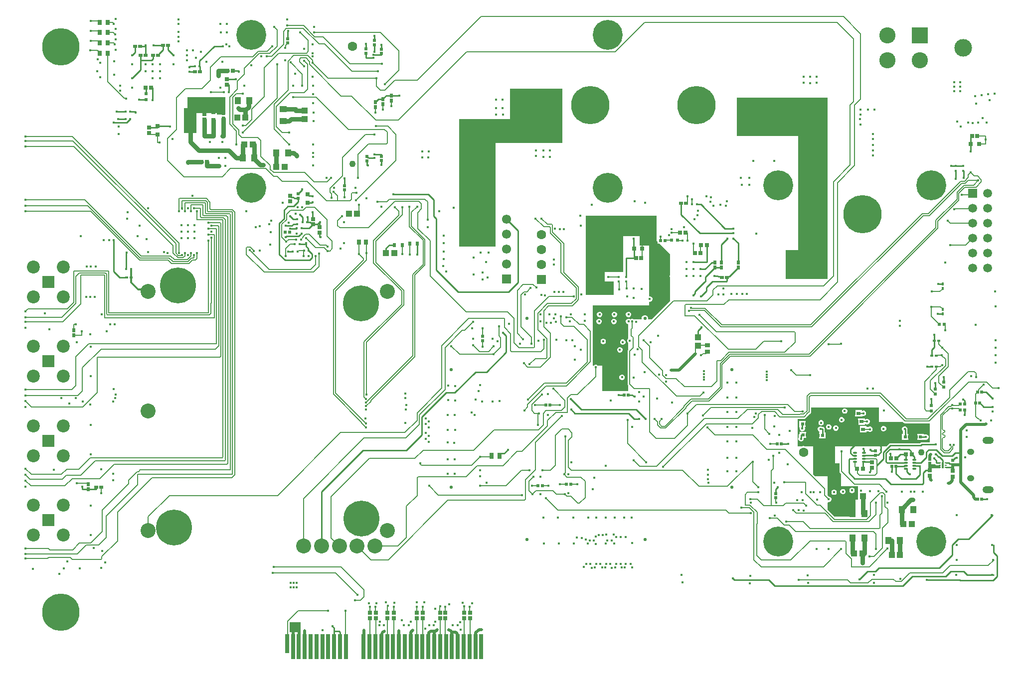
<source format=gbr>
G04*
G04 #@! TF.GenerationSoftware,Altium Limited,Altium Designer,23.7.1 (13)*
G04*
G04 Layer_Physical_Order=6*
G04 Layer_Color=16711680*
%FSLAX25Y25*%
%MOIN*%
G70*
G04*
G04 #@! TF.SameCoordinates,AF00DCEB-AC48-4C7C-91EA-99F42E284231*
G04*
G04*
G04 #@! TF.FilePolarity,Positive*
G04*
G01*
G75*
%ADD11C,0.02000*%
%ADD16C,0.00500*%
%ADD18C,0.01000*%
%ADD19C,0.00600*%
%ADD25C,0.00800*%
%ADD42R,0.01772X0.01772*%
%ADD43R,0.04331X0.04134*%
%ADD46R,0.04134X0.04331*%
%ADD52R,0.01457X0.00945*%
%ADD53R,0.01575X0.04252*%
%ADD60R,0.01968X0.01772*%
%ADD64R,0.02165X0.02165*%
%ADD68R,0.01772X0.01968*%
%ADD69R,0.02165X0.02165*%
%ADD86R,0.02816X0.02648*%
%ADD87R,0.02016X0.02288*%
%ADD88R,0.02911X0.02648*%
%ADD89R,0.02756X0.02756*%
%ADD106R,0.02559X0.02362*%
%ADD113R,0.02648X0.02911*%
%ADD119R,0.02362X0.02559*%
%ADD120R,0.02288X0.02016*%
%ADD124R,0.02648X0.02816*%
%ADD141R,0.02800X0.16500*%
%ADD142R,0.02800X0.12600*%
%ADD210C,0.11800*%
%ADD211R,0.10827X0.10827*%
%ADD212C,0.10827*%
%ADD217C,0.06299*%
%ADD218C,0.04331*%
%ADD231C,0.03000*%
%ADD236C,0.06102*%
%ADD237R,0.06102X0.06102*%
%ADD238R,0.06299X0.06299*%
%ADD239C,0.25000*%
%ADD240O,0.04921X0.04134*%
%ADD241O,0.07480X0.04724*%
%ADD242C,0.25591*%
%ADD243C,0.02166*%
%ADD244C,0.10000*%
%ADD245C,0.24000*%
%ADD246C,0.08661*%
%ADD247R,0.07874X0.07874*%
%ADD248R,0.05906X0.05906*%
%ADD249C,0.05906*%
%ADD250C,0.01600*%
%ADD251C,0.20000*%
%ADD252C,0.00500*%
G04:AMPARAMS|DCode=253|XSize=25.98mil|YSize=12.6mil|CornerRadius=1.58mil|HoleSize=0mil|Usage=FLASHONLY|Rotation=0.000|XOffset=0mil|YOffset=0mil|HoleType=Round|Shape=RoundedRectangle|*
%AMROUNDEDRECTD253*
21,1,0.02598,0.00945,0,0,0.0*
21,1,0.02284,0.01260,0,0,0.0*
1,1,0.00315,0.01142,-0.00472*
1,1,0.00315,-0.01142,-0.00472*
1,1,0.00315,-0.01142,0.00472*
1,1,0.00315,0.01142,0.00472*
%
%ADD253ROUNDEDRECTD253*%
%ADD254R,0.02559X0.02559*%
%ADD255R,0.02559X0.02559*%
%ADD256R,0.02559X0.02756*%
%ADD257R,0.02835X0.03937*%
%ADD258R,0.02165X0.01968*%
%ADD259R,0.01968X0.02362*%
%ADD260R,0.02712X0.02648*%
%ADD261R,0.02953X0.02756*%
%ADD262R,0.02362X0.01968*%
%ADD263R,0.01772X0.01772*%
%ADD264R,0.03347X0.02953*%
%ADD265R,0.03150X0.03740*%
%ADD266R,0.03937X0.04921*%
%ADD267R,0.04921X0.03937*%
%ADD268R,0.02029X0.01860*%
%ADD269R,0.02205X0.02047*%
%ADD270R,0.02520X0.02677*%
%ADD271R,0.02756X0.02756*%
%ADD272R,0.02677X0.02520*%
%ADD273R,0.02362X0.03150*%
%ADD274C,0.01200*%
%ADD275R,0.07382X0.06791*%
G36*
X109849Y-45276D02*
X104331D01*
Y-44488D01*
X90453D01*
Y-57874D01*
X82284D01*
Y-40945D01*
X84449D01*
Y-33858D01*
X85433Y-33858D01*
X109849D01*
Y-45276D01*
D02*
G37*
G36*
X335433Y-64446D02*
X290551D01*
Y-133858D01*
X266142D01*
Y-48425D01*
X300394D01*
Y-27953D01*
X335433D01*
Y-64446D01*
D02*
G37*
G36*
X512598Y-155462D02*
X512548Y-155512D01*
X484646D01*
Y-136221D01*
X492913D01*
Y-59842D01*
X451968D01*
Y-34252D01*
X512598D01*
Y-155462D01*
D02*
G37*
G36*
X375907Y-112979D02*
X398425D01*
Y-129921D01*
X398902Y-130398D01*
Y-131905D01*
X400410D01*
X407257Y-138753D01*
Y-152706D01*
X407058Y-153185D01*
Y-153901D01*
X407257Y-154381D01*
Y-170252D01*
X395225Y-182283D01*
X392612D01*
X392545Y-182183D01*
Y-181355D01*
X392228Y-180589D01*
X391642Y-180003D01*
X390876Y-179686D01*
X390048D01*
X389282Y-180003D01*
X388696Y-180589D01*
X388379Y-181355D01*
Y-182183D01*
X388312Y-182283D01*
X382791D01*
X382248Y-182058D01*
X381532D01*
X380988Y-182283D01*
X380523D01*
X380516Y-182277D01*
X379854Y-182003D01*
X379138D01*
X378477Y-182277D01*
X377970Y-182783D01*
X377696Y-183445D01*
Y-184161D01*
X377970Y-184822D01*
X378477Y-185329D01*
X379138Y-185603D01*
X379429D01*
Y-195179D01*
X379344Y-195214D01*
X378837Y-195720D01*
X378563Y-196382D01*
Y-197098D01*
X378837Y-197760D01*
X379344Y-198266D01*
X379429Y-198301D01*
Y-202804D01*
X379318Y-202915D01*
X379009Y-203378D01*
X378900Y-203924D01*
X378900Y-203924D01*
Y-225603D01*
X378900Y-225603D01*
X379009Y-226150D01*
X379318Y-226613D01*
X379429Y-226723D01*
Y-230413D01*
X361780D01*
Y-213333D01*
X358792D01*
X358500Y-213041D01*
X357838Y-212767D01*
X357122D01*
X356461Y-213041D01*
X356169Y-213333D01*
X355521D01*
Y-173140D01*
X393307D01*
Y-170721D01*
X393343Y-170698D01*
X394059D01*
X394720Y-170424D01*
X395227Y-169917D01*
X395501Y-169256D01*
Y-168540D01*
X395227Y-167878D01*
X394720Y-167372D01*
X394059Y-167098D01*
X393343D01*
X393307Y-167074D01*
Y-132960D01*
X386998D01*
Y-126772D01*
X383604D01*
X383441Y-126704D01*
X382724D01*
X382561Y-126772D01*
X375907D01*
Y-150787D01*
X363715D01*
Y-157258D01*
X369756D01*
Y-166177D01*
X350864D01*
Y-112964D01*
X375907D01*
Y-112979D01*
D02*
G37*
G36*
X546850Y-251181D02*
X562942D01*
X563283Y-251522D01*
X563746Y-251831D01*
X564292Y-251940D01*
X564292Y-251940D01*
X580590D01*
X580590Y-251940D01*
X580716Y-251915D01*
X581102Y-252232D01*
Y-264612D01*
X575591D01*
X575005Y-264729D01*
X574509Y-265060D01*
X574170Y-265400D01*
X554572D01*
X553986Y-265516D01*
X553490Y-265848D01*
X552015Y-267323D01*
X517520D01*
Y-278740D01*
X520620D01*
Y-284252D01*
X520620Y-284252D01*
X520728Y-284798D01*
X521038Y-285261D01*
X521654Y-285877D01*
Y-294045D01*
X529932D01*
X530063Y-294132D01*
X530609Y-294241D01*
X530609Y-294241D01*
X532776D01*
Y-300787D01*
Y-302953D01*
X531250D01*
Y-314567D01*
X517373D01*
X512598Y-309792D01*
Y-304966D01*
X513014Y-304689D01*
X513048Y-304702D01*
X513764D01*
X514426Y-304428D01*
X514932Y-303922D01*
X515206Y-303260D01*
Y-302544D01*
X514932Y-301883D01*
X514426Y-301376D01*
X513764Y-301102D01*
X513624D01*
X512598Y-300076D01*
Y-287402D01*
X504381D01*
X502953Y-285973D01*
Y-267323D01*
X497429D01*
X497003Y-267209D01*
X495910D01*
X495484Y-267323D01*
X492520D01*
Y-259732D01*
Y-249065D01*
X496850D01*
X496850Y-249065D01*
X497397Y-248957D01*
X497860Y-248647D01*
X500616Y-245891D01*
X500616Y-245891D01*
X500793Y-245626D01*
X501128Y-245291D01*
X501128Y-245291D01*
X501438Y-244828D01*
X501546Y-244281D01*
X501546Y-244281D01*
Y-241339D01*
X546850D01*
Y-251181D01*
D02*
G37*
G36*
X584848Y-279831D02*
X585433Y-279947D01*
X587625D01*
X587865Y-280144D01*
Y-282074D01*
X579858D01*
Y-279520D01*
X584383D01*
X584848Y-279831D01*
D02*
G37*
%LPC*%
G36*
X379854Y-177415D02*
X379138D01*
X378477Y-177689D01*
X377970Y-178195D01*
X377696Y-178857D01*
Y-179573D01*
X377970Y-180234D01*
X378477Y-180740D01*
X379138Y-181015D01*
X379854D01*
X380516Y-180740D01*
X381022Y-180234D01*
X381296Y-179573D01*
Y-178857D01*
X381022Y-178195D01*
X380516Y-177689D01*
X379854Y-177415D01*
D02*
G37*
G36*
X370339Y-177415D02*
X369623D01*
X368961Y-177689D01*
X368455Y-178196D01*
X368181Y-178857D01*
Y-179573D01*
X368455Y-180235D01*
X368961Y-180741D01*
X369623Y-181015D01*
X370339D01*
X371000Y-180741D01*
X371507Y-180235D01*
X371781Y-179573D01*
Y-178857D01*
X371507Y-178196D01*
X371000Y-177689D01*
X370339Y-177415D01*
D02*
G37*
G36*
X360496D02*
X359780D01*
X359119Y-177689D01*
X358612Y-178196D01*
X358338Y-178857D01*
Y-179573D01*
X358612Y-180235D01*
X359119Y-180741D01*
X359780Y-181015D01*
X360496D01*
X361158Y-180741D01*
X361664Y-180235D01*
X361938Y-179573D01*
Y-178857D01*
X361664Y-178196D01*
X361158Y-177689D01*
X360496Y-177415D01*
D02*
G37*
G36*
X370043Y-182041D02*
X369327D01*
X368666Y-182315D01*
X368159Y-182822D01*
X367885Y-183483D01*
Y-184199D01*
X368159Y-184861D01*
X368666Y-185367D01*
X369327Y-185641D01*
X370043D01*
X370705Y-185367D01*
X371211Y-184861D01*
X371485Y-184199D01*
Y-183483D01*
X371211Y-182822D01*
X370705Y-182315D01*
X370043Y-182041D01*
D02*
G37*
G36*
X360232D02*
X359516D01*
X358855Y-182315D01*
X358348Y-182822D01*
X358074Y-183483D01*
Y-184199D01*
X358348Y-184861D01*
X358855Y-185367D01*
X359516Y-185641D01*
X360232D01*
X360894Y-185367D01*
X361400Y-184861D01*
X361674Y-184199D01*
Y-183483D01*
X361400Y-182822D01*
X360894Y-182315D01*
X360232Y-182041D01*
D02*
G37*
G36*
X362957Y-195444D02*
X362240D01*
X361579Y-195718D01*
X361072Y-196224D01*
X360798Y-196886D01*
Y-197602D01*
X361072Y-198264D01*
X361579Y-198770D01*
X362240Y-199044D01*
X362957D01*
X363618Y-198770D01*
X364124Y-198264D01*
X364398Y-197602D01*
Y-196886D01*
X364124Y-196224D01*
X363618Y-195718D01*
X362957Y-195444D01*
D02*
G37*
G36*
X376056Y-195900D02*
X375340D01*
X374678Y-196174D01*
X374172Y-196680D01*
X373898Y-197342D01*
Y-198058D01*
X374172Y-198720D01*
X374678Y-199226D01*
X375340Y-199500D01*
X376056D01*
X376718Y-199226D01*
X377224Y-198720D01*
X377498Y-198058D01*
Y-197342D01*
X377224Y-196680D01*
X376718Y-196174D01*
X376056Y-195900D01*
D02*
G37*
G36*
X374088Y-201088D02*
X373372D01*
X372710Y-201362D01*
X372204Y-201869D01*
X371930Y-202530D01*
Y-203246D01*
X372204Y-203908D01*
X372710Y-204414D01*
X373372Y-204688D01*
X374088D01*
X374750Y-204414D01*
X375256Y-203908D01*
X375530Y-203246D01*
Y-202530D01*
X375256Y-201869D01*
X374750Y-201362D01*
X374088Y-201088D01*
D02*
G37*
G36*
X375555Y-219460D02*
X374839D01*
X374177Y-219734D01*
X373671Y-220240D01*
X373397Y-220902D01*
Y-221618D01*
X373671Y-222280D01*
X374177Y-222786D01*
X374839Y-223060D01*
X375555D01*
X376217Y-222786D01*
X376723Y-222280D01*
X376997Y-221618D01*
Y-220902D01*
X376723Y-220240D01*
X376217Y-219734D01*
X375555Y-219460D01*
D02*
G37*
G36*
X524374Y-241999D02*
X523658D01*
X522996Y-242273D01*
X522490Y-242780D01*
X522216Y-243441D01*
Y-244157D01*
X522490Y-244819D01*
X522996Y-245325D01*
X523658Y-245599D01*
X524374D01*
X525035Y-245325D01*
X525542Y-244819D01*
X525816Y-244157D01*
Y-243441D01*
X525542Y-242780D01*
X525035Y-242273D01*
X524374Y-241999D01*
D02*
G37*
G36*
X535528Y-243193D02*
X530969D01*
Y-247555D01*
X535528D01*
Y-247414D01*
X536028Y-247079D01*
X536256Y-247174D01*
X536972D01*
X537634Y-246900D01*
X538140Y-246394D01*
X538414Y-245732D01*
Y-245016D01*
X538140Y-244354D01*
X537634Y-243848D01*
X536972Y-243574D01*
X536256D01*
X536028Y-243669D01*
X535528Y-243334D01*
Y-243193D01*
D02*
G37*
G36*
X522405Y-247905D02*
X521689D01*
X521028Y-248179D01*
X520521Y-248685D01*
X520247Y-249347D01*
Y-250063D01*
X520521Y-250724D01*
X521028Y-251231D01*
X521689Y-251505D01*
X522405D01*
X523067Y-251231D01*
X523573Y-250724D01*
X523847Y-250063D01*
Y-249347D01*
X523573Y-248685D01*
X523067Y-248179D01*
X522405Y-247905D01*
D02*
G37*
G36*
X537536Y-248705D02*
X532977D01*
Y-253067D01*
X537536D01*
Y-252698D01*
X537727Y-252568D01*
X538036Y-252445D01*
X538618Y-252686D01*
X539334D01*
X539996Y-252412D01*
X540502Y-251905D01*
X540776Y-251244D01*
Y-250528D01*
X540502Y-249866D01*
X539996Y-249360D01*
X539334Y-249086D01*
X538618D01*
X538036Y-249327D01*
X537727Y-249203D01*
X537536Y-249073D01*
Y-248705D01*
D02*
G37*
G36*
X508626Y-249873D02*
X507910D01*
X507248Y-250147D01*
X506742Y-250654D01*
X506468Y-251315D01*
Y-252031D01*
X506742Y-252693D01*
X507248Y-253199D01*
X507910Y-253473D01*
X508626D01*
X509287Y-253199D01*
X509794Y-252693D01*
X510068Y-252031D01*
Y-251315D01*
X509794Y-250654D01*
X509287Y-250147D01*
X508626Y-249873D01*
D02*
G37*
G36*
X513744Y-252629D02*
X513028D01*
X512366Y-252903D01*
X511860Y-253410D01*
X511586Y-254071D01*
Y-254787D01*
X511860Y-255449D01*
X512366Y-255955D01*
X513028Y-256229D01*
X513744D01*
X514405Y-255955D01*
X514912Y-255449D01*
X515186Y-254787D01*
Y-254071D01*
X514912Y-253410D01*
X514405Y-252903D01*
X513744Y-252629D01*
D02*
G37*
G36*
X518468Y-253416D02*
X517752D01*
X517091Y-253691D01*
X516584Y-254197D01*
X516310Y-254858D01*
Y-255575D01*
X516584Y-256236D01*
X517091Y-256743D01*
X517752Y-257016D01*
X518468D01*
X519130Y-256743D01*
X519636Y-256236D01*
X519910Y-255575D01*
Y-254858D01*
X519636Y-254197D01*
X519130Y-253691D01*
X518468Y-253416D01*
D02*
G37*
G36*
X497949Y-250354D02*
X493661D01*
Y-254370D01*
X493661D01*
X493987Y-254870D01*
X493869Y-255154D01*
Y-255870D01*
X494143Y-256531D01*
X494650Y-257038D01*
X495311Y-257312D01*
X496027D01*
X496689Y-257038D01*
X497195Y-256531D01*
X497469Y-255870D01*
Y-255154D01*
X497352Y-254870D01*
X497686Y-254370D01*
X497949D01*
Y-250354D01*
D02*
G37*
G36*
X550358Y-253810D02*
X549642D01*
X548980Y-254084D01*
X548474Y-254591D01*
X548200Y-255252D01*
Y-255968D01*
X548474Y-256630D01*
X548980Y-257136D01*
X549642Y-257410D01*
X550358D01*
X551020Y-257136D01*
X551526Y-256630D01*
X551800Y-255968D01*
Y-255252D01*
X551526Y-254591D01*
X551020Y-254084D01*
X550358Y-253810D01*
D02*
G37*
G36*
X538714Y-253823D02*
X534155D01*
Y-258185D01*
X538714D01*
Y-257431D01*
X539827D01*
X539925Y-257530D01*
X540587Y-257804D01*
X541303D01*
X541964Y-257530D01*
X542471Y-257024D01*
X542745Y-256362D01*
Y-255646D01*
X542471Y-254984D01*
X541964Y-254478D01*
X541303Y-254204D01*
X540587D01*
X539925Y-254478D01*
X539827Y-254576D01*
X538714D01*
Y-253823D01*
D02*
G37*
G36*
X508232Y-254105D02*
X507516D01*
X506854Y-254380D01*
X506348Y-254886D01*
X506074Y-255547D01*
Y-256263D01*
X506348Y-256925D01*
X506854Y-257432D01*
X507329Y-257628D01*
X507230Y-258128D01*
X506973D01*
Y-262144D01*
X511260D01*
Y-258128D01*
X510646D01*
Y-255906D01*
X510529Y-255320D01*
X510198Y-254824D01*
X509702Y-254492D01*
X509116Y-254376D01*
X508885D01*
X508232Y-254105D01*
D02*
G37*
G36*
X576910Y-259114D02*
X572622D01*
Y-263130D01*
X576910D01*
Y-263066D01*
X577070Y-262944D01*
X577410Y-262801D01*
X577974Y-263035D01*
X578690D01*
X579351Y-262761D01*
X579858Y-262255D01*
X580132Y-261593D01*
Y-260877D01*
X579858Y-260215D01*
X579351Y-259709D01*
X578690Y-259435D01*
X577974D01*
X577593Y-259593D01*
X576910D01*
Y-259114D01*
D02*
G37*
G36*
X564531Y-254105D02*
X563815D01*
X563154Y-254380D01*
X562647Y-254886D01*
X562373Y-255547D01*
Y-256263D01*
X562647Y-256925D01*
X562976Y-257254D01*
Y-259111D01*
X562362D01*
Y-263127D01*
X566650D01*
Y-259111D01*
X566035D01*
Y-255906D01*
X565973Y-255594D01*
Y-255547D01*
X565955Y-255504D01*
X565919Y-255320D01*
X565814Y-255164D01*
X565699Y-254886D01*
X565193Y-254380D01*
X564531Y-254105D01*
D02*
G37*
G36*
X498343Y-257834D02*
X494055D01*
Y-258591D01*
X493800Y-258761D01*
X493469Y-259257D01*
X493353Y-259842D01*
Y-261292D01*
X493082Y-261945D01*
Y-262661D01*
X493356Y-263323D01*
X493862Y-263829D01*
X494524Y-264103D01*
X495240D01*
X495901Y-263829D01*
X496408Y-263323D01*
X496682Y-262661D01*
Y-261945D01*
X496745Y-261851D01*
X498343D01*
Y-257834D01*
D02*
G37*
G36*
X529318Y-295041D02*
X528602D01*
X527941Y-295315D01*
X527434Y-295821D01*
X527160Y-296483D01*
Y-297199D01*
X527434Y-297860D01*
X527941Y-298367D01*
X528602Y-298641D01*
X529318D01*
X529980Y-298367D01*
X530486Y-297860D01*
X530760Y-297199D01*
Y-296483D01*
X530486Y-295821D01*
X529980Y-295315D01*
X529318Y-295041D01*
D02*
G37*
G36*
X523193Y-295936D02*
X522477D01*
X521815Y-296210D01*
X521309Y-296717D01*
X521035Y-297378D01*
Y-298094D01*
X521309Y-298756D01*
X521815Y-299262D01*
X522477Y-299536D01*
X523193D01*
X523854Y-299262D01*
X524361Y-298756D01*
X524635Y-298094D01*
Y-297378D01*
X524361Y-296717D01*
X523854Y-296210D01*
X523193Y-295936D01*
D02*
G37*
G36*
X517287Y-296330D02*
X516571D01*
X515909Y-296604D01*
X515403Y-297110D01*
X515129Y-297772D01*
Y-298488D01*
X515403Y-299149D01*
X515909Y-299656D01*
X516571Y-299930D01*
X517287D01*
X517949Y-299656D01*
X518455Y-299149D01*
X518729Y-298488D01*
Y-297772D01*
X518455Y-297110D01*
X517949Y-296604D01*
X517287Y-296330D01*
D02*
G37*
%LPD*%
D11*
X260561Y-390826D02*
G03*
X259287Y-390247I-1413J-1416D01*
G01*
X215115Y-391673D02*
G03*
X214252Y-393318I1137J-1645D01*
G01*
X593307Y-292126D02*
X594255D01*
X595946Y-290435D01*
Y-287918D01*
X596220Y-287644D01*
X601575Y-271682D02*
Y-256498D01*
Y-279588D02*
Y-271682D01*
X580866Y-276053D02*
X580874Y-276045D01*
Y-273457D02*
X581496Y-272835D01*
X580874Y-276045D02*
Y-273457D01*
X580866Y-287250D02*
X581190Y-287574D01*
Y-289457D02*
Y-287574D01*
Y-289457D02*
X581890Y-290158D01*
X596220Y-281797D02*
Y-279718D01*
Y-283876D02*
Y-281797D01*
X580866Y-283482D02*
Y-278931D01*
X601575Y-291339D02*
Y-279588D01*
X596220Y-279718D02*
X601444D01*
X601575Y-279588D01*
X611408Y-302756D02*
X612781D01*
X610236Y-301584D02*
Y-300000D01*
Y-301584D02*
X611408Y-302756D01*
X250521Y-390945D02*
X251456Y-390009D01*
X247241Y-390945D02*
X250521D01*
X249730Y-391658D02*
X250482Y-390906D01*
X246006Y-392179D02*
X247241Y-390945D01*
X245669Y-401427D02*
X246006Y-401090D01*
Y-392179D01*
X259285Y-390247D02*
X259287Y-390247D01*
X260561Y-390826D02*
X260562Y-390828D01*
X277289Y-404055D02*
Y-401303D01*
X226063Y-404100D02*
Y-390722D01*
X233937Y-404100D02*
Y-391623D01*
X214252Y-404100D02*
Y-393318D01*
X202441Y-404100D02*
Y-390600D01*
X163071Y-404100D02*
Y-390730D01*
X214252Y-393318D02*
Y-393318D01*
X407874Y-216535D02*
X413386D01*
X424409Y-205512D01*
X601575Y-291339D02*
X610236Y-300000D01*
X601575Y-256498D02*
X605317Y-252756D01*
X617894D02*
X618288Y-252362D01*
X618504D01*
X605317Y-252756D02*
X617894D01*
X260562Y-390828D02*
X261343Y-391608D01*
X215115Y-391673D02*
X216162Y-390947D01*
X233937Y-391623D02*
X235144Y-390416D01*
X277387Y-392067D02*
X279445Y-390009D01*
X281201D01*
X264954Y-401027D02*
Y-392780D01*
X263783Y-391608D02*
X264954Y-392780D01*
X277289Y-401303D02*
X277387Y-401205D01*
X264954Y-401027D02*
X265354Y-401427D01*
X261343Y-401353D02*
X261417Y-401427D01*
X261343Y-401353D02*
Y-391608D01*
X263783D01*
X277387Y-401205D02*
Y-392067D01*
X277244Y-404100D02*
X277289Y-404055D01*
X249730Y-401303D02*
Y-391658D01*
X249606Y-401427D02*
X249730Y-401303D01*
X277165Y-401427D02*
X277289Y-401303D01*
X159134Y-404100D02*
Y-390901D01*
X155197Y-389452D02*
X156441Y-388208D01*
X159134Y-390901D01*
X155197Y-404100D02*
Y-389452D01*
D16*
X256941Y-400125D02*
G03*
X257480Y-401427I1841J0D01*
G01*
X237941Y-378907D02*
G03*
X237992Y-378783I-124J124D01*
G01*
X206441Y-378907D02*
G03*
X206496Y-378774I-133J133D01*
G01*
X218439Y-374114D02*
G03*
X218310Y-374444I371J-335D01*
G01*
X256890Y-378783D02*
G03*
X256941Y-378907I175J0D01*
G01*
X253346Y-378679D02*
G03*
X253441Y-378907I323J0D01*
G01*
X253655Y-374421D02*
G03*
X253346Y-374879I191J-462D01*
G01*
X269496Y-374321D02*
G03*
X269488Y-374409I492J-88D01*
G01*
X269441Y-378907D02*
G03*
X269488Y-378793I-114J114D01*
G01*
X241811Y-404100D02*
G03*
X241941Y-403786I-314J314D01*
G01*
X273441Y-382293D02*
G03*
X273307Y-382616I323J-323D01*
G01*
X269441Y-382293D02*
G03*
X269370Y-382464I171J-171D01*
G01*
X253622Y-382730D02*
G03*
X253441Y-382293I-618J0D01*
G01*
Y-401180D02*
G03*
X253543Y-401427I349J0D01*
G01*
X206441Y-382293D02*
G03*
X206378Y-382445I152J-152D01*
G01*
X206299Y-401427D02*
G03*
X206441Y-401085I-342J342D01*
G01*
X210236Y-401427D02*
G03*
X210441Y-400933I-494J494D01*
G01*
X218110Y-401427D02*
G03*
X218341Y-400870I-557J557D01*
G01*
X222047Y-401427D02*
G03*
X222641Y-399993I-1433J1433D01*
G01*
X237795Y-401427D02*
G03*
X237941Y-401075I-352J352D01*
G01*
X241732Y-401427D02*
G03*
X241941Y-400923I-504J504D01*
G01*
X273228Y-401427D02*
G03*
X273441Y-400913I-514J514D01*
G01*
X269291Y-401427D02*
G03*
X269441Y-401065I-362J362D01*
G01*
X269370Y-404100D02*
G03*
X269441Y-403929I-171J171D01*
G01*
X218189Y-404100D02*
G03*
X218341Y-403733I-367J367D01*
G01*
X237874Y-404100D02*
G03*
X237941Y-403938I-162J162D01*
G01*
X256941Y-402608D02*
G03*
X257557Y-404098I2110J0D01*
G01*
D02*
G03*
X257559Y-404100I1494J1490D01*
G01*
X256941Y-400125D02*
Y-382293D01*
X237992Y-378783D02*
Y-374655D01*
X241929Y-378895D02*
X241941Y-378907D01*
X241929Y-378895D02*
Y-374655D01*
X206496Y-378774D02*
Y-374655D01*
X210433Y-378899D02*
Y-374655D01*
Y-378899D02*
X210441Y-378907D01*
X218439Y-374114D02*
X218444Y-374109D01*
X218307Y-374706D02*
X218310Y-374444D01*
X218444Y-374109D02*
X218445Y-374108D01*
X218307Y-378873D02*
Y-374706D01*
Y-378873D02*
X218341Y-378907D01*
X222638Y-378904D02*
X222641Y-378907D01*
X222638Y-378904D02*
Y-374655D01*
X256890Y-378783D02*
Y-374655D01*
X253346Y-378679D02*
Y-374879D01*
X269496Y-374321D02*
X269501Y-374292D01*
X269488Y-378793D02*
Y-374409D01*
X269501Y-374292D02*
X269502Y-374291D01*
X273425Y-378891D02*
Y-374655D01*
Y-378891D02*
X273441Y-378907D01*
Y-400913D02*
Y-382293D01*
X269441Y-401065D02*
Y-382293D01*
X253441Y-401180D02*
Y-382293D01*
X206441Y-401085D02*
Y-382293D01*
X210441Y-400933D02*
Y-382293D01*
X218341Y-400870D02*
Y-382293D01*
X222641Y-399993D02*
Y-382293D01*
X237941Y-401075D02*
Y-382293D01*
X241941Y-400923D02*
Y-382293D01*
D18*
X182677Y-391100D02*
Y-389062D01*
Y-401427D02*
Y-391100D01*
X186614Y-401427D02*
Y-391686D01*
X186028Y-391100D02*
X186614Y-391686D01*
X182677Y-391100D02*
X186028D01*
X181534Y-387919D02*
X182677Y-389062D01*
X181534Y-387919D02*
Y-387757D01*
X444095Y-121653D02*
X449606D01*
X425197Y-105512D02*
X427953D01*
X444095Y-121653D01*
X427165Y-124803D02*
X449606D01*
X414725Y-112363D02*
Y-104643D01*
Y-112363D02*
X427165Y-124803D01*
X452854Y-144390D02*
Y-131595D01*
X449606Y-128347D02*
X452854Y-131595D01*
X441732Y-144390D02*
Y-132283D01*
X445669Y-128347D01*
X427559Y-148819D02*
X430709D01*
X435138Y-144390D02*
X437303D01*
X430709Y-148819D02*
X435138Y-144390D01*
X427843Y-166966D02*
X431497Y-163312D01*
Y-161216D01*
X435500Y-157213D02*
X444788D01*
X431497Y-161216D02*
X435500Y-157213D01*
X445374Y-156627D02*
Y-154331D01*
X444788Y-157213D02*
X445374Y-156627D01*
X452854Y-147835D02*
Y-147736D01*
X447039Y-153650D02*
X452854Y-147835D01*
X446055Y-153650D02*
X447039D01*
X445374Y-154331D02*
X446055Y-153650D01*
X422835Y-166284D02*
Y-166122D01*
X423864Y-165093D01*
Y-163878D01*
X431102Y-156895D02*
Y-154035D01*
X430517Y-157480D02*
X431102Y-156895D01*
X430261Y-157480D02*
X430517D01*
X423864Y-163878D02*
X430261Y-157480D01*
X431102Y-154035D02*
X437303Y-147835D01*
Y-147736D01*
X441732D02*
X441732Y-147736D01*
X437303Y-147736D02*
X441732D01*
X441373Y-153676D02*
X442028Y-154331D01*
X439248Y-153676D02*
X441373D01*
X439115Y-153543D02*
X439248Y-153676D01*
X436811Y-153543D02*
X439115D01*
X441732Y-147736D02*
X441782Y-147687D01*
X437303Y-144390D02*
Y-144291D01*
X68405Y-2165D02*
Y787D01*
X64862Y-5709D02*
X64961D01*
X65642Y-5028D01*
Y-4929D01*
X68405Y-2165D01*
X68307Y787D02*
X68405D01*
X61811D02*
X68307D01*
X49508Y-3642D02*
Y394D01*
X47441Y-5709D02*
X49508Y-3642D01*
X56693Y-5709D02*
Y1060D01*
X52854Y394D02*
X55865D01*
X56531Y1060D01*
X56693D01*
X71752Y-2067D02*
Y787D01*
Y-2067D02*
X75394Y-5709D01*
X102683Y394D02*
X108268D01*
X92732Y-9557D02*
X102683Y394D01*
X92732Y-13129D02*
Y-9557D01*
Y-13129D02*
X92782Y-13179D01*
Y-16880D02*
Y-13179D01*
Y-16880D02*
X92831Y-16929D01*
X53248Y-8850D02*
Y-5709D01*
Y-15453D02*
Y-8850D01*
X53453Y-9055D02*
X60630D01*
X53248Y-8850D02*
X53453Y-9055D01*
X61516Y-8169D02*
Y-5709D01*
X60630Y-9055D02*
X61516Y-8169D01*
X47441Y-21260D02*
X53248Y-15453D01*
X570676Y-278550D02*
X575086D01*
X172939Y-127362D02*
Y-124276D01*
Y-127362D02*
X173461D01*
X172939Y-117450D02*
Y-117323D01*
Y-120812D02*
Y-117450D01*
X171629Y-118760D02*
X172939Y-117450D01*
Y-117323D02*
X173228D01*
X499077Y-259842D02*
Y-257606D01*
X500049Y-256633D01*
X575591Y-266142D02*
X585039D01*
X554572Y-266929D02*
X574803D01*
X575591Y-266142D01*
X550000Y-275700D02*
Y-271501D01*
X554572Y-266929D01*
X545669Y-280030D02*
X550000Y-275700D01*
X560630Y-269291D02*
X566929D01*
X554331D02*
X560630D01*
X596063Y-273622D02*
X598003Y-271682D01*
X601575D01*
X589370Y-273622D02*
X596063D01*
X585433Y-269685D02*
X589370Y-273622D01*
X596220Y-276840D02*
Y-276705D01*
X597779Y-275146D01*
X598930D01*
X599044Y-275032D01*
X580315Y-269685D02*
X585433D01*
X578740Y-274896D02*
Y-271260D01*
X580315Y-269685D01*
X575086Y-278550D02*
X578740Y-274896D01*
X587413Y-274421D02*
X589652Y-276660D01*
X585039Y-272835D02*
X585120D01*
X586706Y-274421D01*
X587413D01*
X570676Y-278550D02*
X570806Y-278420D01*
X572761D01*
X578109Y-283482D02*
X580866D01*
X576575Y-285016D02*
X578109Y-283482D01*
X575878Y-292709D02*
X576575Y-292012D01*
Y-285016D01*
X554773Y-292709D02*
X575878D01*
X530684Y-289075D02*
X551139D01*
X554773Y-292709D01*
X526799Y-285190D02*
X530684Y-289075D01*
X526799Y-285190D02*
Y-276255D01*
X527385Y-275669D01*
X530984D01*
X548425Y-269632D02*
Y-267717D01*
Y-271037D02*
Y-269632D01*
X544471Y-273290D02*
X544756Y-273005D01*
X546457D01*
X548425Y-271037D01*
X546161Y-265453D02*
X548425Y-267717D01*
X527953Y-269291D02*
X531791Y-265453D01*
X546161D01*
X527953Y-271952D02*
Y-269291D01*
X530854Y-273571D02*
X530984Y-273701D01*
X529572Y-273571D02*
X530854D01*
X527953Y-271952D02*
X529572Y-273571D01*
X541347Y-282669D02*
X542126Y-281890D01*
X541347Y-284211D02*
Y-282669D01*
X541093Y-284464D02*
X541347Y-284211D01*
X541093Y-284626D02*
Y-284464D01*
X541411Y-269932D02*
X541891Y-270412D01*
X544471D01*
X536772Y-271732D02*
Y-269627D01*
X536489Y-269344D02*
X536772Y-269627D01*
X536489Y-269344D02*
Y-269182D01*
X536772Y-273701D02*
X536902Y-273571D01*
X544190D01*
X544471Y-273290D01*
X536772Y-277638D02*
X541597D01*
X542503Y-278544D01*
X536203Y-282481D02*
Y-277768D01*
X536333Y-277638D01*
X536772D01*
X566929Y-269291D02*
X568184Y-270546D01*
Y-272062D02*
X568963Y-272841D01*
X568184Y-272062D02*
Y-270546D01*
X551700Y-277617D02*
Y-271922D01*
X554331Y-269291D01*
X552633Y-278550D02*
X564889D01*
X551700Y-277617D02*
X552633Y-278550D01*
X554757Y-275564D02*
X554790Y-275597D01*
X554757Y-275564D02*
Y-272474D01*
X554724Y-272441D02*
X554757Y-272474D01*
X555460Y-284401D02*
X555497Y-284364D01*
Y-280755D01*
X574406Y-286322D02*
Y-280807D01*
X571654Y-289075D02*
X574406Y-286322D01*
X561811Y-289075D02*
X571654D01*
X558375Y-285639D02*
Y-280755D01*
Y-285639D02*
X561811Y-289075D01*
X574118Y-280519D02*
X574406Y-280807D01*
X570676Y-280519D02*
X574118D01*
X567305Y-286203D02*
X567525D01*
X564889Y-282487D02*
X565558D01*
X565688Y-282617D01*
Y-284585D02*
Y-282617D01*
Y-284585D02*
X567305Y-286203D01*
X558375Y-280755D02*
X563983D01*
X564219Y-280519D01*
X564889D01*
X558727Y-275597D02*
X561414Y-272910D01*
X564958D01*
Y-276513D02*
Y-272910D01*
X564889Y-276582D02*
X564958Y-276513D01*
X568963Y-272841D02*
X570676Y-274554D01*
Y-276582D02*
Y-274554D01*
X596220Y-279718D02*
Y-279583D01*
X595712Y-279075D02*
X596220Y-279583D01*
X594287Y-279075D02*
X595712D01*
X593630Y-278418D02*
X594287Y-279075D01*
X591680Y-278418D02*
X593630D01*
X591680Y-281567D02*
X595991D01*
X596220Y-281797D01*
X589652Y-279992D02*
Y-276660D01*
X583815Y-275402D02*
Y-275386D01*
Y-275402D02*
X585433Y-277020D01*
Y-278418D02*
Y-277020D01*
Y-278418D02*
X587625D01*
X249213Y-113386D02*
X251039Y-115212D01*
X245587Y-98736D02*
X249213Y-102362D01*
Y-113386D02*
Y-102362D01*
X222351Y-98694D02*
X222393Y-98736D01*
X245587D01*
X43701Y-138046D02*
X44001Y-137747D01*
X43701Y-148819D02*
Y-138046D01*
X251039Y-149554D02*
Y-115212D01*
Y-149554D02*
X265570Y-164085D01*
X299306D01*
X305692Y-157698D01*
Y-123172D01*
X298031Y-115512D02*
X305692Y-123172D01*
X35433Y-150394D02*
Y-129528D01*
X39370Y-154331D02*
X43701D01*
X35433Y-150394D02*
X39370Y-154331D01*
X157538Y-121632D02*
X157713Y-121457D01*
X153225Y-121747D02*
X153340Y-121632D01*
X157538D01*
X149213Y-114961D02*
Y-109345D01*
X151725Y-106833D02*
X155716D01*
X149213Y-109345D02*
X151725Y-106833D01*
X155716D02*
X158661Y-103887D01*
Y-101429D01*
X608268Y-64961D02*
Y-59842D01*
Y-70079D02*
Y-64961D01*
X598425Y-79921D02*
X603357D01*
X383083Y-135039D02*
Y-128504D01*
X383201Y-141339D02*
Y-135039D01*
X564506Y-261119D02*
Y-255906D01*
X574766Y-261122D02*
X578332D01*
X495669Y-255512D02*
Y-252362D01*
X509116Y-260136D02*
Y-255906D01*
X494882Y-262303D02*
Y-259842D01*
X203937Y-1514D02*
Y1969D01*
X204537Y-79380D02*
Y-76439D01*
X46417Y-43355D02*
X50000D01*
X64528Y-53218D02*
X72795D01*
X59016Y-54241D02*
X64528D01*
X217405Y-138189D02*
Y-134835D01*
X603150Y-235946D02*
X603268D01*
X604252Y-236929D01*
Y-239054D02*
Y-236929D01*
X604252Y-246535D02*
X604316Y-246600D01*
X604252Y-246535D02*
Y-242991D01*
X35433Y-50787D02*
X44022D01*
X45275Y-49534D01*
Y-49498D01*
X46417Y-48355D01*
X149924Y-124213D02*
X149931Y-124206D01*
X149935D01*
X150233Y-119882D02*
X154343D01*
X155622Y-118602D01*
X422835Y-144095D02*
X431943D01*
Y-132677D01*
X50000Y-44094D02*
Y-43355D01*
X263327Y-231496D02*
X277187Y-217637D01*
X284533D01*
X297638Y-204532D01*
Y-193307D01*
X295669Y-191339D02*
X297638Y-193307D01*
X174221Y-334252D02*
Y-297827D01*
X241339Y-247638D02*
X257480Y-231496D01*
X201969Y-270079D02*
X230929D01*
X257480Y-231496D02*
X263327D01*
X230929Y-270079D02*
X241339Y-259669D01*
X174221Y-297827D02*
X201969Y-270079D01*
X241339Y-259669D02*
Y-247638D01*
X623465Y-338403D02*
X625816Y-340754D01*
X601033Y-356690D02*
X601430Y-357087D01*
X623228D02*
X625816Y-354499D01*
X623465Y-338403D02*
Y-333307D01*
X579072Y-356690D02*
X601033D01*
X625816Y-354499D02*
Y-340754D01*
X601430Y-357087D02*
X623228D01*
X546850Y-348819D02*
X587402D01*
X596102Y-340118D02*
Y-333464D01*
X544685Y-350984D02*
X546850Y-348819D01*
X539243Y-350984D02*
X544685D01*
X596102Y-333464D02*
X600039Y-329528D01*
X587402Y-348819D02*
X596102Y-340118D01*
X606961Y-329528D02*
X623008Y-313481D01*
X600039Y-329528D02*
X606961D01*
X533931Y-356296D02*
X539243Y-350984D01*
X603696Y-351181D02*
X605822Y-353307D01*
X473241Y-356693D02*
X477203Y-360655D01*
X594882Y-351181D02*
X603696D01*
X591677Y-354386D02*
X594882Y-351181D01*
X449310Y-355832D02*
X450171Y-356693D01*
X605822Y-353307D02*
X623541D01*
X562967Y-360655D02*
X569236Y-354386D01*
X591677D01*
X477203Y-360655D02*
X562967D01*
X449150Y-355832D02*
X449310D01*
X450171Y-356693D02*
X473241D01*
X347872Y-242913D02*
X384744D01*
X390896Y-249065D01*
X340786Y-235827D02*
X347872Y-242913D01*
X379497Y-245276D02*
X383334Y-249113D01*
X343637Y-245276D02*
X379497D01*
X341274Y-242913D02*
X343637Y-245276D01*
X383334Y-249113D02*
X386615D01*
X296350Y-272153D02*
X298819Y-269685D01*
X293268Y-273071D02*
X294185Y-272153D01*
X293268Y-273622D02*
Y-273071D01*
X294185Y-272153D02*
X296350D01*
X168441Y-118760D02*
X171629D01*
X146063Y-118110D02*
X149213Y-114961D01*
X146063Y-138976D02*
Y-118110D01*
Y-138976D02*
X150000Y-142913D01*
X166178D01*
X167949Y-141142D01*
X165823Y-121457D02*
X168441Y-118839D01*
X160863Y-121457D02*
X165823D01*
X168441Y-118839D02*
Y-118760D01*
X153150Y-113386D02*
X155217Y-115453D01*
X158008D01*
X164773Y-117570D02*
Y-114161D01*
X210236Y-36986D02*
X212278Y-34944D01*
X215354D01*
X210236Y-37085D02*
Y-36986D01*
X215354Y-34846D02*
X217575Y-32626D01*
X215354Y-34944D02*
Y-34846D01*
X217575Y-32626D02*
X220866D01*
X226327D02*
X226378Y-32677D01*
X220866Y-32626D02*
X226327D01*
X532009Y-250886D02*
X532690Y-251567D01*
Y-252925D02*
X533088Y-253323D01*
X531910Y-250886D02*
X532009D01*
X532690Y-252925D02*
Y-251567D01*
X533088Y-256004D02*
Y-253323D01*
X529902Y-248976D02*
X531812Y-250886D01*
X529902Y-248976D02*
Y-245374D01*
X531812Y-250886D02*
X531910D01*
X530535Y-242693D02*
X531102Y-242126D01*
X530535Y-244741D02*
Y-242693D01*
X529902Y-245374D02*
X530535Y-244741D01*
X618504Y-231102D02*
X622835Y-235433D01*
X615765Y-231102D02*
X618504D01*
X616990Y-241006D02*
X622803D01*
X614431Y-238583D02*
X614567D01*
X616990Y-241006D01*
X586221Y-178740D02*
X586319Y-178642D01*
X589764D01*
X586614Y-158661D02*
X586698Y-158745D01*
X589730D01*
X579134Y-214006D02*
X579301Y-214173D01*
X582382D01*
X581890Y-240059D02*
Y-235925D01*
X584646Y-228937D02*
Y-225197D01*
X590173Y-224296D02*
Y-221177D01*
X590188Y-221161D01*
X590158Y-224311D02*
X590173Y-224296D01*
X582382Y-202658D02*
X583957Y-201083D01*
X582382Y-206693D02*
Y-202658D01*
X583957Y-201083D02*
Y-196850D01*
X583858Y-192913D02*
X583957Y-193012D01*
Y-196850D02*
Y-193012D01*
X598411Y-83085D02*
X598425Y-83071D01*
X598397Y-88288D02*
X598411Y-88273D01*
Y-83085D01*
X603357Y-83008D02*
X603450Y-83101D01*
Y-87702D02*
Y-83101D01*
Y-87702D02*
X603543Y-87795D01*
X425938Y-194488D02*
Y-190204D01*
X428346Y-187795D01*
X189764Y-93049D02*
Y-88189D01*
X151766Y5398D02*
Y10428D01*
X151751Y5383D02*
X151766Y5398D01*
Y10428D02*
X151782Y10443D01*
X479331Y-294789D02*
Y-294626D01*
X477872Y-298948D02*
Y-296247D01*
X479331Y-294789D01*
X479308Y-294649D02*
X479331Y-294626D01*
X481754Y-265748D02*
X486221D01*
X118110Y-36220D02*
X118110D01*
X117717Y-47293D02*
X117825Y-47401D01*
X564173Y-255906D02*
X564506D01*
X578332Y-261235D02*
Y-261122D01*
X571888D02*
Y-256791D01*
X571260D02*
X571888D01*
X567384Y-261119D02*
Y-256791D01*
X568898D01*
X495669Y-252362D02*
X495805D01*
X507874Y-255906D02*
X509116D01*
X494882Y-259842D02*
X496199D01*
X498683Y-252362D02*
X502362D01*
Y-257185D02*
Y-252362D01*
X504331Y-260136D02*
X506238D01*
X504331D02*
Y-257185D01*
X209449Y4195D02*
Y7087D01*
X203839Y-1514D02*
X203937D01*
X214173Y-1711D02*
Y1181D01*
X209449Y-3543D02*
Y1317D01*
X209055Y-5512D02*
X214173D01*
Y-4589D01*
X203839Y-7480D02*
X209055D01*
X203839D02*
Y-4392D01*
X214173Y-79134D02*
Y-76242D01*
X204537Y-79380D02*
X205118D01*
X204537Y-73697D02*
X205045Y-74205D01*
X205541D02*
X205631Y-74295D01*
X206074Y-74410D02*
X209449D01*
X204537Y-73697D02*
Y-73561D01*
X205045Y-74205D02*
X205541D01*
X205631Y-74295D02*
X205960D01*
X206074Y-74410D01*
X209449Y-72047D02*
X214173D01*
Y-73364D02*
Y-72047D01*
X603357Y-79921D02*
Y-79858D01*
X595276Y-79921D02*
Y-79921D01*
X598425D01*
X608268Y-59842D02*
X609291D01*
X608268Y-70079D02*
X608405D01*
X238189Y-138976D02*
X238386Y-138779D01*
Y-131890D01*
X217405Y-134835D02*
X219563Y-132677D01*
X223031D01*
X217323Y-138189D02*
X217405D01*
X192126Y-111811D02*
X192520D01*
X158661Y-98415D02*
X161302Y-95774D01*
Y-95390D02*
X161417Y-95276D01*
X158661Y-98551D02*
Y-98415D01*
X161302Y-95774D02*
Y-95390D01*
X153150Y-99870D02*
X153973Y-100693D01*
X155418D01*
X156153Y-101429D02*
X158661D01*
X155418Y-100693D02*
X156153Y-101429D01*
X167554Y-104331D02*
X167948Y-103937D01*
X164961Y-104331D02*
X167554D01*
X167948Y-103937D02*
X168110D01*
X165839Y-99697D02*
X167513D01*
X167948Y-100132D02*
X168110D01*
X164961Y-98819D02*
X165839Y-99697D01*
X167513D02*
X167948Y-100132D01*
X167949Y-141142D02*
Y-138779D01*
X165587Y-136417D02*
X167949Y-138779D01*
X164012Y-133685D02*
X165201Y-134874D01*
Y-136031D02*
Y-134874D01*
X164012Y-133685D02*
Y-131299D01*
X165201Y-136031D02*
X165587Y-136417D01*
X163127Y-132185D02*
X164012Y-131299D01*
X159583Y-132185D02*
X163127D01*
X150233Y-127362D02*
X150395D01*
X150872Y-126886D01*
X159013D01*
X159720Y-126179D01*
Y-126143D01*
X160863Y-125000D01*
X155622Y-118602D02*
X158008D01*
X164773Y-114161D02*
X164800Y-114134D01*
X166730Y-117597D02*
X167055Y-117921D01*
X167682D02*
X168441Y-118681D01*
X164746Y-117597D02*
X166730D01*
X167055Y-117921D02*
X167682D01*
X168441Y-118760D02*
Y-118681D01*
X164746Y-117597D02*
X164773Y-117570D01*
X160075Y-112564D02*
X161596Y-114085D01*
Y-117597D02*
Y-114085D01*
X160075Y-112564D02*
Y-112402D01*
X168264Y-110748D02*
X168343Y-110827D01*
X168392Y-110876D01*
Y-115246D02*
X168441Y-115295D01*
X168392Y-115246D02*
Y-110876D01*
X151808Y-137205D02*
X154957D01*
X56496Y-5709D02*
X56693D01*
X52362Y-35531D02*
X56824D01*
Y-31594D02*
Y-27362D01*
X56595D02*
X56824D01*
X61417Y-35741D02*
Y-27362D01*
X60335D02*
X61417D01*
X37402Y-43355D02*
X43268D01*
X38382Y-48355D02*
X43268D01*
X72795Y-53355D02*
Y-53218D01*
X64528Y-54241D02*
Y-53218D01*
X85827Y-16929D02*
X89484D01*
X85853Y-13129D02*
X89583D01*
X85853Y-13780D02*
Y-13129D01*
X112106Y-30315D02*
Y-25591D01*
X111024D02*
X112106D01*
X116929Y-21654D02*
Y-21654D01*
X111024Y-21654D02*
X116929D01*
X114829Y-16142D02*
X118898D01*
Y-16929D02*
Y-16142D01*
X383201Y-141339D02*
X384224D01*
X378083D02*
X383201D01*
X378083Y-153937D02*
Y-141339D01*
X383083Y-135039D02*
X383201D01*
X382036Y-232972D02*
X383315Y-234252D01*
X379392Y-232972D02*
X382036D01*
X383315Y-234252D02*
X383465D01*
X373093Y-232972D02*
X376514D01*
X615762Y-302756D02*
X619148D01*
X18110Y-296161D02*
X23524D01*
Y-294882D01*
X14173Y-296161D02*
X18110D01*
X14173D02*
Y-294320D01*
D19*
X589370Y-255869D02*
G03*
X590170Y-256668I800J0D01*
G01*
X590170Y-258268D02*
G03*
X590170Y-256668I0J800D01*
G01*
X590070Y-258268D02*
G03*
X590070Y-259869I0J-800D01*
G01*
X590377Y-261469D02*
G03*
X590377Y-259869I0J800D01*
G01*
X590170Y-261469D02*
G03*
X589370Y-262268I0J-800D01*
G01*
Y-255869D02*
Y-248141D01*
X590170Y-256668D02*
X590170D01*
X590070Y-258268D02*
X590170D01*
X590070Y-259869D02*
X590377D01*
X590170Y-261469D02*
X590377D01*
X589370Y-264169D02*
Y-262268D01*
Y-248141D02*
Y-246749D01*
Y-268898D02*
Y-264169D01*
X588170Y-269395D02*
Y-246393D01*
X596865Y-266667D02*
Y-266396D01*
X596415Y-269062D02*
Y-267117D01*
X596865Y-266667D01*
X593804Y-271672D02*
X596415Y-269062D01*
X588170Y-269395D02*
X590448Y-271672D01*
X593804D01*
X595215Y-268565D02*
Y-267117D01*
X594765Y-266667D02*
Y-266396D01*
Y-266667D02*
X595215Y-267117D01*
X593307Y-270472D02*
X595215Y-268565D01*
X590945Y-270472D02*
X593307D01*
X589370Y-268898D02*
X590945Y-270472D01*
X595792Y-239895D02*
X596063D01*
X594792Y-240895D02*
X595792Y-239895D01*
X594124Y-241995D02*
X596063D01*
X589370Y-246749D02*
X594124Y-241995D01*
X593668Y-240895D02*
X594792D01*
X588170Y-246393D02*
X593668Y-240895D01*
X596319Y-239973D02*
X600263D01*
X601181Y-239054D01*
X596319Y-242073D02*
X600263D01*
X601181Y-242991D01*
D25*
X522047Y-284252D02*
Y-270866D01*
Y-284252D02*
X522835Y-285039D01*
X77165Y-34252D02*
X83203Y-28215D01*
X100000Y-13780D02*
X107087Y-6693D01*
X83203Y-28215D02*
X94226D01*
X100000Y-22441D02*
Y-13780D01*
X94226Y-28215D02*
X100000Y-22441D01*
X519291Y-157480D02*
Y-90945D01*
X530709Y-79528D02*
Y-38976D01*
X519291Y-90945D02*
X530709Y-79528D01*
X527559Y-79263D02*
Y-38976D01*
X516535Y-153543D02*
Y-90287D01*
X527559Y-79263D01*
X169685Y-107480D02*
X177953Y-115748D01*
Y-126700D02*
X181335Y-130082D01*
X177953Y-126700D02*
Y-115748D01*
X522872Y-285077D02*
X530609Y-292814D01*
X564292Y-250513D02*
X580590D01*
X501162Y-233354D02*
X547133D01*
X564292Y-250513D01*
X499606Y-244882D02*
Y-244794D01*
X500119Y-244281D01*
Y-234397D01*
X501162Y-233354D01*
X480709Y-247638D02*
X496850D01*
X499606Y-244882D01*
X500787Y-231890D02*
X548032D01*
X482739Y-246125D02*
X494033D01*
X498819Y-243743D02*
Y-233858D01*
X500787Y-231890D01*
X494033Y-246125D02*
X494363Y-245795D01*
X496767D01*
X498819Y-243743D01*
X545669Y-280030D02*
Y-276378D01*
Y-285334D02*
Y-280030D01*
X533956Y-286712D02*
X544291D01*
X532677Y-285433D02*
X533956Y-286712D01*
X532677Y-285433D02*
Y-282892D01*
X532266Y-282481D02*
X532677Y-282892D01*
X544291Y-286712D02*
X545669Y-285334D01*
X536772Y-275669D02*
X544961D01*
X545669Y-276378D01*
X530984Y-281199D02*
Y-277638D01*
Y-281199D02*
X532266Y-282481D01*
X613355Y-248691D02*
X614822Y-250158D01*
X612867Y-248691D02*
X613355D01*
X611553Y-247377D02*
X612867Y-248691D01*
X530609Y-292814D02*
X547145D01*
X551968Y-297638D01*
X501958Y-187561D02*
X576454Y-113064D01*
X441234Y-187561D02*
X501958D01*
X576454Y-113064D02*
X580506D01*
X150108Y-138055D02*
Y-135184D01*
X150241Y-140004D02*
X150394Y-140157D01*
X150108Y-138055D02*
X150241Y-138188D01*
Y-140004D02*
Y-138188D01*
X150108Y-135184D02*
X153107Y-132185D01*
X172674Y-147011D02*
Y-138386D01*
X168898Y-150787D02*
X172674Y-147011D01*
X135827Y-150787D02*
X168898D01*
X124016Y-138976D02*
X135827Y-150787D01*
X124484Y-134130D02*
X126618D01*
X124016Y-134599D02*
X124484Y-134130D01*
X124016Y-138976D02*
Y-134599D01*
X129063Y-136618D02*
Y-136576D01*
X126618Y-134130D02*
X129063Y-136576D01*
X170311Y-145898D02*
Y-139961D01*
X166997Y-149213D02*
X170311Y-145898D01*
X139254Y-149213D02*
X166997D01*
X126307Y-136266D02*
X139254Y-149213D01*
X126307Y-136266D02*
Y-136224D01*
X328615Y-124045D02*
Y-119366D01*
X328146Y-118898D02*
X328615Y-119366D01*
X325197Y-118898D02*
X328146D01*
X321260Y-114961D02*
X325197Y-118898D01*
X328615Y-124045D02*
X336221Y-131651D01*
Y-151181D02*
Y-131651D01*
X345808Y-169076D02*
Y-160769D01*
X345669Y-169215D02*
X345808Y-169076D01*
X336221Y-151181D02*
X345808Y-160769D01*
X345669Y-169903D02*
Y-169215D01*
X341993Y-173579D02*
X345669Y-169903D01*
X325994Y-173579D02*
X341993D01*
X322938Y-176635D02*
X325994Y-173579D01*
X322938Y-187593D02*
Y-176635D01*
Y-187593D02*
X327165Y-191821D01*
Y-207669D02*
Y-191821D01*
X320536Y-214298D02*
X327165Y-207669D01*
X311936Y-214298D02*
X320536D01*
X309449Y-211811D02*
X311936Y-214298D01*
X327165Y-124803D02*
Y-120941D01*
X326697Y-120472D02*
X327165Y-120941D01*
X322835Y-120472D02*
X326697D01*
X317323Y-114961D02*
X322835Y-120472D01*
X334252Y-151246D02*
Y-131890D01*
X327165Y-124803D02*
X334252Y-131890D01*
X344443Y-168602D02*
Y-167735D01*
X344508Y-167671D01*
Y-161502D01*
X334252Y-151246D02*
X344508Y-161502D01*
X341173Y-171872D02*
X344443Y-168602D01*
X325313Y-171872D02*
X341173D01*
X318773Y-178413D02*
X325313Y-171872D01*
X318773Y-189494D02*
X324803Y-195524D01*
X318773Y-189494D02*
Y-178413D01*
X317323Y-208661D02*
X324335D01*
X324803Y-208193D01*
Y-195524D01*
X313386Y-212598D02*
X317323Y-208661D01*
X245276Y-115748D02*
Y-103807D01*
X243426Y-101957D02*
X245276Y-103807D01*
X243415Y-101969D02*
X243426Y-101957D01*
X219685Y-101969D02*
X243415D01*
X211648Y-103695D02*
X217959D01*
X219685Y-101969D01*
X194880Y-97638D02*
X197638D01*
X194412Y-98106D02*
X194880Y-97638D01*
X194412Y-102045D02*
Y-98106D01*
X193307Y-103150D02*
X194412Y-102045D01*
X184843Y-103150D02*
X193307D01*
X164567Y-90158D02*
X177559Y-103150D01*
X184843D02*
Y-99803D01*
X177559Y-103150D02*
X184843D01*
X-23622Y-110236D02*
X20030D01*
X52506Y-142711D01*
X17932Y-106299D02*
X53044Y-141411D01*
X-23622Y-106299D02*
X17932D01*
X-23622Y-102362D02*
X15834D01*
X53583Y-140111D01*
X-23622Y-66929D02*
X8661D01*
X74803Y-137937D02*
Y-133071D01*
Y-137937D02*
X78123Y-141257D01*
X81748D01*
X8661Y-66929D02*
X74803Y-133071D01*
X-23622Y-62992D02*
X7874D01*
X76772Y-131890D01*
Y-138067D02*
Y-131890D01*
Y-138067D02*
X78340Y-139636D01*
X80966D01*
X81044Y-139557D01*
X-23622Y-60039D02*
X7677D01*
X79044Y-137936D02*
Y-131407D01*
X7677Y-60039D02*
X79044Y-131407D01*
X19498Y-274990D02*
X107938D01*
X-23622Y-282480D02*
X-19882Y-286221D01*
X394D01*
X3937Y-282677D02*
X11811D01*
X394Y-286221D02*
X3937Y-282677D01*
X11811D02*
X19498Y-274990D01*
X23041Y-276959D02*
X109513D01*
X-23622Y-286417D02*
X-20620Y-289419D01*
X787D01*
X3593Y-286614D01*
X13386D01*
X23041Y-276959D01*
X-23622Y-290354D02*
X-20079Y-293898D01*
X2756D01*
X7677Y-288976D01*
X25951D01*
X35606Y-279321D02*
X111088D01*
X25951Y-288976D02*
X35606Y-279321D01*
X52913Y-283258D02*
X113131D01*
X-23622Y-335630D02*
X-8258D01*
X-7274Y-336614D01*
X7874D01*
X12324Y-332165D02*
X19804D01*
X7874Y-336614D02*
X12324Y-332165D01*
X27559Y-324409D02*
Y-310236D01*
X19804Y-332165D02*
X27559Y-324409D01*
Y-310236D02*
X45276Y-292520D01*
Y-290161D01*
X51805Y-284367D02*
X52913Y-283258D01*
X51070Y-284367D02*
X51805D01*
X45276Y-290161D02*
X51070Y-284367D01*
X51261Y-286014D02*
X114706D01*
X25197Y-333465D02*
X30315Y-328346D01*
X16929Y-333465D02*
X25197D01*
X30315Y-328346D02*
Y-314173D01*
X51261Y-293227D02*
Y-286014D01*
X30315Y-314173D02*
X51261Y-293227D01*
X-23622Y-339567D02*
X10827D01*
X16929Y-333465D01*
X-8947Y-342520D02*
X-8160Y-341732D01*
X6299D01*
X60920Y-288376D02*
X114182D01*
X-23622Y-342520D02*
X-8947D01*
X27295Y-342498D02*
Y-341209D01*
X26826Y-342966D02*
X27295Y-342498D01*
X7533Y-342966D02*
X26826D01*
X6299Y-341732D02*
X7533Y-342966D01*
X27295Y-341209D02*
X37795Y-330709D01*
Y-311501D02*
X60920Y-288376D01*
X37795Y-330709D02*
Y-311501D01*
X105532Y-200000D02*
Y-120340D01*
X100729Y-119871D02*
X105063D01*
X105532Y-120340D01*
X103170Y-202362D02*
X105532Y-200000D01*
X26772Y-202362D02*
X103170D01*
X7283Y-229331D02*
X9843Y-226772D01*
X-23622Y-229331D02*
X7283D01*
X9843Y-226772D02*
Y-207290D01*
X18520Y-198612D02*
X104076D01*
X9843Y-207290D02*
X18520Y-198612D01*
X-23622Y-233268D02*
X11427D01*
X14379Y-230315D01*
Y-214755D01*
X26772Y-202362D01*
X24214Y-207667D02*
X106363D01*
X-23622Y-237205D02*
X-19882Y-240945D01*
X14567D01*
X24214Y-231298D02*
Y-207667D01*
X14567Y-240945D02*
X24214Y-231298D01*
X100729Y-171318D02*
Y-127872D01*
X100394Y-171653D02*
X100729Y-171318D01*
X99299Y-179440D02*
X100394Y-178346D01*
Y-171653D01*
X31015Y-179440D02*
X99299D01*
X30451Y-178876D02*
X31015Y-179440D01*
X-23622Y-181102D02*
X657D01*
X10060Y-171700D01*
Y-153631D01*
X12205Y-151487D01*
X29686D01*
X30451Y-178876D02*
Y-152252D01*
X29686Y-151487D02*
X30451Y-152252D01*
X8760Y-150187D02*
X31877D01*
X-23622Y-177165D02*
X-22047Y-175591D01*
X4331D01*
X8760Y-171161D02*
Y-150187D01*
X4331Y-175591D02*
X8760Y-171161D01*
X13345Y-152790D02*
X29151D01*
X-23622Y-184055D02*
X1326D01*
X13345Y-172037D02*
Y-152790D01*
X1326Y-184055D02*
X13345Y-172037D01*
X81748Y-141257D02*
X83044Y-139961D01*
Y-137936D01*
X84448Y-142557D02*
X87044Y-139961D01*
X84987Y-143857D02*
X87433Y-141411D01*
X87044Y-139961D02*
Y-137936D01*
X87433Y-141411D02*
X88576D01*
X89044Y-140943D01*
Y-139557D01*
X90080Y-142711D02*
X91044Y-141747D01*
Y-137936D01*
X98761Y-178140D02*
Y-129872D01*
X53044Y-141411D02*
X72413D01*
X53583Y-140111D02*
X73329D01*
X72413Y-141411D02*
X74859Y-143857D01*
X73329Y-140111D02*
X75774Y-142557D01*
X98761Y-125872D02*
X102501D01*
X98761Y-121871D02*
X104076D01*
X98761Y-117746D02*
X106363D01*
X81150Y-108730D02*
X81400Y-108479D01*
X80981Y-108730D02*
Y-108061D01*
Y-108730D02*
X81150D01*
X86981Y-110029D02*
Y-105699D01*
X82918Y-110029D02*
Y-104518D01*
X78918Y-110029D02*
Y-101837D01*
X80981Y-108061D02*
Y-103099D01*
X82918Y-104518D02*
X86324D01*
X86443Y-104399D01*
X97895Y-109836D02*
X98364Y-110304D01*
X91044Y-115680D02*
X107938D01*
X93409Y-113911D02*
X93878Y-114380D01*
X91044Y-115680D02*
Y-110061D01*
X95021Y-112611D02*
X95489Y-113080D01*
X96596Y-111136D02*
X97064Y-111604D01*
X93409Y-113911D02*
Y-108061D01*
X95021Y-112611D02*
Y-105699D01*
X88981Y-108061D02*
X93409D01*
X88981D02*
Y-108061D01*
X96596Y-111136D02*
Y-104518D01*
X97895Y-109836D02*
Y-103979D01*
X86981Y-105699D02*
X95021D01*
X95678Y-104518D02*
X96596D01*
X95559Y-104399D02*
X95678Y-104518D01*
X86443Y-104399D02*
X95559D01*
X97015Y-103099D02*
X97895Y-103979D01*
X80981Y-103099D02*
X97015D01*
X97123Y-101368D02*
X99745Y-103990D01*
X93878Y-114380D02*
X108476D01*
X95489Y-113080D02*
X110595D01*
X97064Y-111604D02*
X112662D01*
X98364Y-110304D02*
X114118D01*
X99745Y-108380D02*
X100370Y-109004D01*
X99745Y-108380D02*
Y-103990D01*
X308979Y-159132D02*
X315700D01*
X317828Y-161260D01*
X305118Y-162992D02*
X308979Y-159132D01*
X309562Y-164018D02*
X311457D01*
X313878Y-161597D01*
X246850Y-153543D02*
X270866Y-177559D01*
X326204Y-166966D02*
X342808D01*
X270866Y-177559D02*
X298578D01*
X302900Y-181882D01*
Y-198084D02*
Y-181882D01*
X306349Y-201533D02*
X316013D01*
X316535Y-201010D01*
X302900Y-198084D02*
X306349Y-201533D01*
X316535Y-201010D02*
Y-176635D01*
X326204Y-166966D01*
X246850Y-153543D02*
Y-129921D01*
X513386Y-199213D02*
X521043D01*
X314862Y-243419D02*
Y-239469D01*
X321654Y-232677D01*
X427658Y-137992D02*
Y-132677D01*
X438655Y-209968D02*
X441119D01*
X389567Y-196440D02*
X393660Y-200532D01*
X438655Y-223747D02*
Y-209968D01*
X434895Y-227506D02*
X438655Y-223747D01*
X416851Y-227506D02*
X434895D01*
X411392Y-222047D02*
X416851Y-227506D01*
X404584Y-222047D02*
X411392D01*
X402362Y-219825D02*
X404584Y-222047D01*
X402362Y-219825D02*
Y-216647D01*
X393660Y-207945D02*
X402362Y-216647D01*
X393660Y-207945D02*
Y-200532D01*
X386221Y-200735D02*
X388583Y-203098D01*
Y-210936D02*
Y-203098D01*
Y-210936D02*
X411505Y-233858D01*
X427165D01*
X386221Y-200735D02*
Y-193307D01*
X142471Y-55069D02*
X152756Y-65354D01*
X142471Y-55069D02*
Y-38353D01*
X152707Y-57529D02*
X152756Y-57480D01*
X148080Y-57529D02*
X152707D01*
X380328Y-203924D02*
X382677Y-201575D01*
X380328Y-225603D02*
Y-203924D01*
Y-225603D02*
X383372Y-228647D01*
X381890Y-188451D02*
Y-183858D01*
X381416Y-193301D02*
Y-188925D01*
X381890Y-188451D01*
X454775Y-308565D02*
X454865Y-308476D01*
X460402D01*
X463363Y-311437D01*
Y-343284D02*
Y-311437D01*
Y-343284D02*
X468110Y-348031D01*
X509842D01*
X521654Y-336221D01*
X548094Y-298363D02*
X549515D01*
X551056Y-307630D02*
Y-299904D01*
X549515Y-298363D02*
X551056Y-299904D01*
X541339Y-305118D02*
X548094Y-298363D01*
X505512Y-306693D02*
X507480D01*
X541339Y-313792D02*
Y-305118D01*
X517204Y-316417D02*
X538714D01*
X541339Y-313792D01*
X507480Y-306693D02*
X517204Y-316417D01*
X491535Y-312205D02*
X510802D01*
X540158Y-317717D02*
X544882Y-312992D01*
Y-305118D01*
X516314Y-317717D02*
X540158D01*
X510802Y-312205D02*
X516314Y-317717D01*
X435982Y-165986D02*
Y-162861D01*
X438796Y-160047D02*
X475882D01*
X476071Y-160236D02*
X509842D01*
X475882Y-160047D02*
X476071Y-160236D01*
X435982Y-162861D02*
X438796Y-160047D01*
X509842Y-160236D02*
X516535Y-153543D01*
X417792Y-172441D02*
X443346D01*
X507480Y-169291D02*
X519291Y-157480D01*
X446495Y-169291D02*
X507480D01*
X443346Y-172441D02*
X446495Y-169291D01*
X579968Y-111764D02*
X601745Y-89987D01*
X602283Y-91287D02*
X604645D01*
X601745Y-89987D02*
X604107D01*
X575916Y-111764D02*
X579968D01*
X580506Y-113064D02*
X602283Y-91287D01*
X441772Y-186261D02*
X501419D01*
X575916Y-111764D01*
X421313Y-175184D02*
X430696D01*
X606616Y-87478D02*
Y-85903D01*
X604107Y-89987D02*
X606616Y-87478D01*
X608268Y-84252D02*
X610613Y-86598D01*
X612913D02*
X615354Y-89039D01*
X610613Y-86598D02*
X612913D01*
X606616Y-85903D02*
X608268Y-84252D01*
X615354Y-90551D02*
Y-89039D01*
X611811Y-94095D02*
X615354Y-90551D01*
X604311Y-94095D02*
X611811D01*
X600405Y-98001D02*
X604311Y-94095D01*
X586397Y-116623D02*
X600405Y-102615D01*
Y-98001D01*
X586397Y-121477D02*
Y-116623D01*
X430696Y-175184D02*
X441772Y-186261D01*
X500787Y-207087D02*
X586397Y-121477D01*
X421313Y-175184D02*
Y-174784D01*
X447678Y-207087D02*
X500787D01*
X442089Y-212675D02*
X447678Y-207087D01*
X433415Y-237008D02*
X442089Y-228334D01*
Y-212675D01*
X421772Y-237008D02*
X433415D01*
X417835Y-240945D02*
X421772Y-237008D01*
X404354Y-255237D02*
X417835Y-241756D01*
Y-240945D01*
X398813Y-253043D02*
Y-250978D01*
X396850Y-249016D02*
X398813Y-250978D01*
X401007Y-255237D02*
X404354D01*
X398813Y-253043D02*
X401007Y-255237D01*
X604645Y-91287D02*
X606439Y-89494D01*
X613406D01*
X603773Y-92795D02*
X610105D01*
X599105Y-102076D02*
Y-97462D01*
X603773Y-92795D01*
X610105D02*
X613406Y-89494D01*
X585097Y-116085D02*
X599105Y-102076D01*
X585097Y-120939D02*
Y-116085D01*
X420019Y-176484D02*
X430158D01*
X419828Y-176715D02*
Y-176675D01*
X500249Y-205787D02*
X585097Y-120939D01*
X430158Y-176484D02*
X441234Y-187561D01*
X419828Y-176675D02*
X420019Y-176484D01*
X419798Y-176745D02*
X419828Y-176715D01*
X447139Y-205787D02*
X500249D01*
X440789Y-227796D02*
Y-212137D01*
X447139Y-205787D01*
X421234Y-235708D02*
X432877D01*
X440789Y-227796D01*
X416535Y-240406D02*
X421234Y-235708D01*
X416535Y-241217D02*
Y-240406D01*
X403816Y-253937D02*
X416535Y-241217D01*
X401545Y-253937D02*
X403816D01*
X400113Y-250675D02*
X401575Y-249213D01*
X400113Y-252504D02*
X401545Y-253937D01*
X400113Y-252504D02*
Y-250675D01*
X490945Y-197638D02*
Y-191335D01*
X490476Y-190866D02*
X490945Y-191335D01*
X438110Y-190866D02*
X490476D01*
X225590Y-49213D02*
X271260Y-3543D01*
X527559Y-38976D02*
X529921Y-36614D01*
Y5118D01*
X518898Y16142D02*
X529921Y5118D01*
X390158Y16142D02*
X518898D01*
X370472Y-3543D02*
X390158Y16142D01*
X271260Y-3543D02*
X370472D01*
X223436Y-22441D02*
X238349D01*
X530709Y-38976D02*
X534646Y-35039D01*
Y8661D01*
X523228Y20079D02*
X534646Y8661D01*
X280868Y20079D02*
X523228D01*
X238349Y-22441D02*
X280868Y20079D01*
X417323Y-180026D02*
Y-172910D01*
X417792Y-172441D01*
X386221Y-193307D02*
X409449Y-170079D01*
X431890D01*
X435982Y-165986D01*
X59016Y-58729D02*
X64528D01*
X153107Y-132185D02*
X156434D01*
X223223Y-103543D02*
X239370D01*
X241082Y-105255D01*
Y-108525D02*
Y-105255D01*
X238583Y-111024D02*
X241082Y-108525D01*
X238583Y-121653D02*
Y-111024D01*
Y-121653D02*
X246850Y-129921D01*
X427165Y-233858D02*
X429528Y-231496D01*
X332227Y-310236D02*
X444677D01*
X324184Y-302194D02*
X332227Y-310236D01*
X444677D02*
X446539Y-312099D01*
X210480Y-49213D02*
X225590D01*
X213707Y-29134D02*
X216743D01*
X223436Y-22441D01*
X429160Y-205309D02*
X431161D01*
X432237Y-204232D01*
X427953Y-206299D02*
X428169D01*
X429160Y-205309D01*
X469909Y-197244D02*
X481496D01*
X464643Y-202510D02*
X469909Y-197244D01*
X446211Y-202510D02*
X464643D01*
X446601Y-204487D02*
X484096D01*
X490945Y-197638D01*
X71260Y-75984D02*
Y-61417D01*
Y-75984D02*
X82284Y-87008D01*
X107874D01*
X113348Y-81534D01*
X317323Y-264764D02*
X334842Y-247244D01*
X317323Y-283071D02*
Y-264764D01*
X310630Y-289764D02*
X317323Y-283071D01*
X310630Y-302756D02*
Y-289764D01*
X309842Y-303543D02*
X310630Y-302756D01*
X258661Y-303543D02*
X309842D01*
X218823Y-343382D02*
X258661Y-303543D01*
X207161Y-343382D02*
X218823D01*
X198031Y-334252D02*
X207161Y-343382D01*
X338583Y-244801D02*
Y-235039D01*
X308268Y-270866D02*
X325434Y-253700D01*
X304921Y-270866D02*
X308268D01*
X325434Y-253700D02*
Y-250157D01*
X330789Y-244801D01*
X338583D01*
X289757Y-256299D02*
X319199D01*
X334646Y-243307D02*
X337008Y-240945D01*
X319199Y-256299D02*
X322441Y-253058D01*
Y-245276D01*
X324409Y-243307D01*
X334646D01*
X209842Y-334252D02*
X225197D01*
X231102Y-328346D01*
Y-307480D01*
X238314Y-300269D01*
Y-288389D01*
X238783Y-287920D02*
X256869D01*
X238314Y-288389D02*
X238783Y-287920D01*
X256994Y-287795D02*
X270866D01*
X256869Y-287920D02*
X256994Y-287795D01*
X270866D02*
X278346Y-280315D01*
X295472D01*
X304921Y-270866D01*
X338583Y-235039D02*
X340916Y-232706D01*
X345418D01*
X357480Y-220644D01*
Y-214567D01*
X329134Y-228740D02*
X337008Y-236614D01*
Y-240945D02*
Y-236614D01*
X275978Y-270079D02*
X289757Y-256299D01*
X242126Y-270079D02*
X275978D01*
X236614Y-275590D02*
X242126Y-270079D01*
X206299Y-275590D02*
X236614D01*
X180646Y-301243D02*
X206299Y-275590D01*
X180646Y-328678D02*
Y-301243D01*
Y-328678D02*
X186221Y-334252D01*
X182283Y-97244D02*
X184843Y-99803D01*
X462473Y-291017D02*
X466142Y-294685D01*
X462473Y-291017D02*
Y-277635D01*
X410236Y-262205D02*
X418898Y-253543D01*
Y-245276D01*
X398031Y-262205D02*
X410236D01*
X393701Y-257874D02*
X398031Y-262205D01*
X393701Y-257874D02*
Y-229116D01*
X393232Y-228647D02*
X393701Y-229116D01*
X383372Y-228647D02*
X393232D01*
X382677Y-201575D02*
Y-194563D01*
X381416Y-193301D02*
X382677Y-194563D01*
X131971Y-3031D02*
X137914D01*
X141339Y394D01*
X107087Y-6693D02*
X128308D01*
X131971Y-3031D01*
X77165Y-55512D02*
Y-34252D01*
X71260Y-61417D02*
X77165Y-55512D01*
X113348Y-81534D02*
X137046D01*
X142126Y-86614D01*
X144488D01*
X148031Y-90158D01*
X164567D01*
X476378Y-282583D02*
Y-273622D01*
X475072Y-283889D02*
X476378Y-282583D01*
X475072Y-306618D02*
Y-283889D01*
X482864Y-307087D02*
X484663Y-305287D01*
X496625D02*
X498425Y-307087D01*
X484663Y-305287D02*
X496625D01*
X475540Y-307087D02*
X482864D01*
X470079D02*
X475540D01*
X465748Y-302756D02*
X470079Y-307087D01*
X461024Y-302756D02*
X465748D01*
X484252Y-269291D02*
X510719Y-295758D01*
X472047Y-269291D02*
X484252D01*
X510719Y-300215D02*
Y-295758D01*
X462527Y-259771D02*
X472047Y-269291D01*
X383071Y-276772D02*
X387008Y-280709D01*
X398425D01*
X430315Y-248819D01*
X452756D01*
X458780Y-242794D01*
X479409D01*
X482739Y-246125D01*
X548032Y-231890D02*
X565354Y-249213D01*
X579718D01*
X594215Y-234716D02*
Y-229801D01*
X579718Y-249213D02*
X594215Y-234716D01*
Y-229801D02*
X606693Y-217323D01*
X610630D01*
X611811Y-218504D01*
Y-221260D02*
Y-218504D01*
X606818Y-224284D02*
X618796D01*
X580590Y-250513D02*
X606818Y-224284D01*
X468504Y-244094D02*
X477165D01*
X431496Y-252362D02*
X462368D01*
X477165Y-244094D02*
X480709Y-247638D01*
X466388Y-246211D02*
X468504Y-244094D01*
X466388Y-248343D02*
Y-246211D01*
X462368Y-252362D02*
X466388Y-248343D01*
X402756Y-281102D02*
X431496Y-252362D01*
X622858Y-228346D02*
X626987D01*
X618796Y-224284D02*
X622858Y-228346D01*
X269952Y-189891D02*
X275590Y-184252D01*
X256907Y-201360D02*
X268377Y-189891D01*
X269952D01*
X162221Y-334252D02*
Y-302346D01*
X239764Y-252756D02*
Y-246457D01*
X230709Y-261811D02*
X239764Y-252756D01*
X162221Y-302346D02*
X202756Y-261811D01*
X230709D01*
X239764Y-246457D02*
X256907Y-229313D01*
Y-201360D01*
X294094Y-201181D02*
Y-194656D01*
X289370Y-205906D02*
X294094Y-201181D01*
X292815Y-193376D02*
X294094Y-194656D01*
X144488Y394D02*
Y11220D01*
X142520Y13189D02*
X144488Y11220D01*
X139764Y-4331D02*
X144488Y394D01*
X132677Y-4331D02*
X139764D01*
X122589Y-14419D02*
X132677Y-4331D01*
X122589Y-18398D02*
Y-14419D01*
X118012Y-28445D02*
Y-22975D01*
X117323Y-65354D02*
Y-56406D01*
X112795Y-51879D02*
Y-33661D01*
X118012Y-22975D02*
X122589Y-18398D01*
X112795Y-51879D02*
X117323Y-56406D01*
X112795Y-33661D02*
X118012Y-28445D01*
X148819Y1575D02*
Y10278D01*
X150684Y12143D01*
X140945Y-6299D02*
X148819Y1575D01*
X137598Y-6299D02*
X140945D01*
X187402Y-33071D02*
X194339D01*
X210480Y-49213D01*
X159547Y-10138D02*
X162598Y-13189D01*
X159547Y-10138D02*
Y-8343D01*
X166261Y-11930D02*
Y-9961D01*
X159547Y-8343D02*
X160410Y-7480D01*
X163779D01*
X166261Y-9961D01*
Y-11930D02*
X187402Y-33071D01*
X205507Y-121260D02*
X223223Y-103543D01*
X186614Y-121260D02*
X205507D01*
X185039Y-119685D02*
X186614Y-121260D01*
X185039Y-119685D02*
Y-116571D01*
X188028Y-113583D01*
X423727Y-180026D02*
X446211Y-202510D01*
X417323Y-180026D02*
X423727D01*
X441119Y-209968D02*
X446601Y-204487D01*
X426772Y-179528D02*
X438110Y-190866D01*
X164815Y-5906D02*
X168110Y-9201D01*
X151772Y-29053D02*
Y-9801D01*
X178740Y-21260D02*
X211024D01*
Y-26451D02*
X213707Y-29134D01*
X211024Y-26451D02*
Y-21260D01*
X168110Y-10630D02*
Y-9201D01*
X155667Y-5906D02*
X164815D01*
X142471Y-38353D02*
X151772Y-29053D01*
X168110Y-10630D02*
X178740Y-21260D01*
X151772Y-9801D02*
X155667Y-5906D01*
X183712Y-352161D02*
X198392Y-366842D01*
X187402Y-348031D02*
X202756Y-363386D01*
Y-368110D02*
Y-363386D01*
X200343Y-370523D02*
X202756Y-368110D01*
X196701Y-370523D02*
X200343D01*
X142126Y-348031D02*
X187402D01*
X141587Y-352161D02*
X183712D01*
X341371Y-283465D02*
X415748D01*
X321850D02*
X327435D01*
X330709Y-280191D01*
Y-260236D01*
X335039Y-255906D01*
X339370D01*
X341732Y-258268D01*
Y-261024D02*
Y-258268D01*
X339370Y-263386D02*
X341732Y-261024D01*
X339370Y-281464D02*
Y-263386D01*
Y-281464D02*
X341371Y-283465D01*
X445620Y-294220D02*
X462205Y-277635D01*
X426504Y-294220D02*
X445620D01*
X415748Y-283465D02*
X426504Y-294220D01*
X462205Y-277635D02*
X462473D01*
X483465Y-291535D02*
X498044D01*
Y-299225D02*
Y-291535D01*
Y-299225D02*
X505512Y-306693D01*
X549213Y-335433D02*
Y-322047D01*
X552837Y-318423D01*
X540551Y-340945D02*
X543701D01*
X549213Y-335433D01*
X551056Y-307630D02*
X552837Y-309412D01*
Y-318423D02*
Y-309412D01*
X465354Y-319291D02*
X465444Y-319202D01*
X540551Y-348031D02*
X552756Y-335827D01*
X524803Y-338970D02*
Y-331177D01*
X457480Y-306662D02*
Y-299606D01*
X465354Y-340551D02*
Y-319291D01*
X468376Y-343573D02*
X487923D01*
X465354Y-340551D02*
X468376Y-343573D01*
X457480Y-299606D02*
X458858Y-298228D01*
X465444Y-319202D02*
Y-311549D01*
X500787Y-330709D02*
X524334D01*
X528576Y-348031D02*
X540551D01*
X524803Y-338970D02*
X528576Y-342742D01*
X458858Y-298228D02*
X466142D01*
X528576Y-348031D02*
Y-342742D01*
X487923Y-343573D02*
X500787Y-330709D01*
X460557Y-306662D02*
X465444Y-311549D01*
X524334Y-330709D02*
X524803Y-331177D01*
X457480Y-306662D02*
X460557D01*
X544882Y-336221D02*
Y-325984D01*
X543387Y-324490D02*
X544882Y-325984D01*
X491419Y-324490D02*
X543387D01*
X487008Y-320079D02*
X491419Y-324490D01*
X548819Y-312196D02*
Y-300787D01*
X496230Y-317883D02*
X500910Y-322563D01*
X484842Y-317717D02*
X496230D01*
X547047Y-322563D02*
X547515Y-322095D01*
X496230Y-317883D02*
Y-317717D01*
X547515Y-322095D02*
Y-313499D01*
X548819Y-312196D01*
X500910Y-322563D02*
X547047D01*
X478853Y-315467D02*
X483465Y-320079D01*
X473819Y-315354D02*
X473932Y-315467D01*
X478853D01*
X483465Y-320079D02*
X487008D01*
X489567Y-310236D02*
X491535Y-312205D01*
X491549Y-219896D02*
X500971D01*
X488189Y-216535D02*
X491549Y-219896D01*
X418898Y-245276D02*
X424803Y-239370D01*
X485827D01*
X446539Y-312099D02*
X461417D01*
X539764Y-358661D02*
X542126Y-356299D01*
X567573Y-351969D02*
X589764D01*
X556693Y-356299D02*
X558268Y-357874D01*
X594488Y-347244D02*
X620079D01*
X493234Y-356620D02*
X525920D01*
X620079Y-347244D02*
X624016Y-343307D01*
X567573Y-352261D02*
Y-351969D01*
X525920Y-356620D02*
X527962Y-358661D01*
X539764D01*
X558268Y-357874D02*
X561960D01*
X567573Y-352261D01*
X542126Y-356299D02*
X556693D01*
X589764Y-351969D02*
X594488Y-347244D01*
X312005Y-241084D02*
Y-239373D01*
X353937Y-210894D02*
Y-190310D01*
X312005Y-239373D02*
X324338Y-227040D01*
X337790D01*
X309782Y-243307D02*
X312005Y-241084D01*
X341732Y-181102D02*
X346457Y-185827D01*
X337790Y-227040D02*
X353937Y-210894D01*
X337795Y-181102D02*
X341732D01*
X346457Y-185827D02*
X349453D01*
X353937Y-190310D01*
X312322Y-236221D02*
X323346Y-225197D01*
X334252Y-185101D02*
X336386Y-187234D01*
X323346Y-225197D02*
X337795D01*
X342789Y-187234D02*
X351791Y-196236D01*
X334252Y-185101D02*
Y-180315D01*
X337795Y-225197D02*
X351791Y-211201D01*
X336386Y-187234D02*
X342789D01*
X351791Y-211201D02*
Y-196236D01*
X240158Y-278740D02*
X240231D01*
X240700Y-279648D02*
Y-279209D01*
Y-279648D02*
X241169Y-280116D01*
X274542D02*
X280382Y-274277D01*
X240231Y-278740D02*
X240700Y-279209D01*
X241169Y-280116D02*
X274542D01*
X161417Y-25984D02*
Y-18307D01*
X153543Y-10433D02*
X161417Y-18307D01*
X153408Y-30709D02*
X162598D01*
X143925Y-53374D02*
Y-40192D01*
X153408Y-30709D01*
X143925Y-53374D02*
X148080Y-57529D01*
X164961Y-28346D02*
Y-11811D01*
X162598Y-9449D02*
X164961Y-11811D01*
X162598Y-30709D02*
X164961Y-28346D01*
X218504Y-53150D02*
X224016Y-58661D01*
X210630Y-53150D02*
X218504D01*
X224016Y-75984D02*
Y-58661D01*
X197244Y-102756D02*
X224016Y-75984D01*
X179927Y-97292D02*
X181004Y-98369D01*
X203516Y-58689D02*
X209541D01*
X188189Y-74016D02*
X203516Y-58689D01*
X188189Y-86516D02*
Y-74016D01*
X179927Y-94777D02*
X188189Y-86516D01*
X179927Y-97292D02*
Y-94777D01*
X181004Y-101181D02*
Y-98369D01*
X155427Y-33907D02*
X170705D01*
X192113Y-55315D01*
X216339D02*
X218110Y-57087D01*
X192113Y-55315D02*
X216339D01*
X218110Y-64456D02*
Y-57087D01*
X205607Y-65102D02*
X217464D01*
X198524Y-72186D02*
X205607Y-65102D01*
X198524Y-87795D02*
Y-72186D01*
X217464Y-65102D02*
X218110Y-64456D01*
X139844Y-81970D02*
X142126Y-84252D01*
X114858Y-33771D02*
X117133Y-31496D01*
X114858Y-51660D02*
Y-33771D01*
X118898Y-58661D02*
Y-55700D01*
X120859Y-60623D02*
X131489D01*
X162926Y-84252D02*
X169226Y-90551D01*
X133691Y-73375D02*
Y-62825D01*
X118898Y-58661D02*
X120859Y-60623D01*
X177854Y-90551D02*
X180610Y-87795D01*
X139844Y-81970D02*
Y-79528D01*
X117133Y-31496D02*
X121653D01*
X142126Y-84252D02*
X162926D01*
X133691Y-73375D02*
X139844Y-79528D01*
X131489Y-60623D02*
X133691Y-62825D01*
X169226Y-90551D02*
X177854D01*
X114858Y-51660D02*
X118898Y-55700D01*
X123640Y-52603D02*
X127559Y-48684D01*
X145592Y-4362D02*
X164142D01*
X135827Y-33387D02*
Y-14127D01*
X159843Y9646D02*
X165354Y4134D01*
X121653Y-52756D02*
X121807Y-52603D01*
X127559Y-41655D02*
X135827Y-33387D01*
X121807Y-52603D02*
X123640D01*
X164142Y-4362D02*
X165354Y-3150D01*
X127559Y-48684D02*
Y-41655D01*
X135827Y-14127D02*
X145592Y-4362D01*
X165354Y-3150D02*
Y4134D01*
X121457Y-57529D02*
X144685Y-34301D01*
Y-11811D01*
X216535Y-25197D02*
X225984Y-15748D01*
X213583Y9646D02*
X225984Y-2756D01*
X169291Y9646D02*
X213583D01*
X225984Y-15748D02*
Y-2756D01*
X150684Y12143D02*
X162090D01*
X194488Y-16535D02*
X211811D01*
X176181Y1772D02*
X194488Y-16535D01*
X172461Y1772D02*
X176181D01*
X162090Y12143D02*
X172461Y1772D01*
X175197Y6693D02*
X193307Y-11417D01*
X214567D01*
X151181Y14173D02*
X162229D01*
X169709Y6693D01*
X175197D01*
X182165Y-162847D02*
X202362Y-142650D01*
X182165Y-232379D02*
Y-162847D01*
Y-232379D02*
X201074Y-251289D01*
Y-251861D02*
Y-251289D01*
Y-251861D02*
X203937Y-254724D01*
X202362Y-142650D02*
Y-141849D01*
X199193Y-138680D02*
X202362Y-141849D01*
X183465Y-163386D02*
X204193Y-142657D01*
X183465Y-231841D02*
Y-163386D01*
Y-231841D02*
X203805Y-252182D01*
X204193Y-142657D02*
Y-138257D01*
X272761Y-181890D02*
X296457D01*
X320868Y-203937D02*
X322835Y-201971D01*
Y-196063D01*
X301208Y-203937D02*
X320868D01*
X300739Y-203468D02*
Y-192153D01*
Y-203468D02*
X301208Y-203937D01*
X296457Y-187870D02*
X300739Y-192153D01*
X296457Y-187870D02*
Y-181890D01*
X238189Y-250000D02*
Y-245033D01*
X58268Y-323622D02*
Y-314567D01*
X254657Y-199994D02*
X272761Y-181890D01*
X229997Y-258192D02*
X238189Y-250000D01*
X72441Y-300394D02*
X144882D01*
X238189Y-245033D02*
X254657Y-228565D01*
X144882Y-300394D02*
X187084Y-258192D01*
X229997D01*
X58268Y-314567D02*
X72441Y-300394D01*
X254657Y-228565D02*
Y-199994D01*
X52506Y-142711D02*
X71590D01*
X87971D02*
X90080D01*
X85526Y-145157D02*
X87971Y-142711D01*
X71590D02*
X74036Y-145157D01*
X85526D01*
X74859Y-143857D02*
X84987D01*
X75774Y-142557D02*
X84448D01*
X79387Y-101368D02*
X97123D01*
X114657Y-109004D02*
X116281Y-110628D01*
X78918Y-101837D02*
X79387Y-101368D01*
X116281Y-286278D02*
Y-110628D01*
X100370Y-109004D02*
X114657D01*
X114182Y-288376D02*
X116281Y-286278D01*
X114118Y-110304D02*
X114706Y-110892D01*
Y-286014D02*
Y-110892D01*
X113131Y-283258D02*
Y-112073D01*
X112662Y-111604D02*
X113131Y-112073D01*
X111088Y-279321D02*
X111556Y-278852D01*
X110595Y-113080D02*
X111556Y-114041D01*
Y-278852D02*
Y-114041D01*
X108476Y-114380D02*
X109981Y-115885D01*
X109513Y-276959D02*
X109981Y-276490D01*
Y-115885D01*
X107938Y-115680D02*
X108406Y-116149D01*
X107938Y-274990D02*
X108406Y-274522D01*
Y-116149D01*
X106363Y-207667D02*
X106832Y-207199D01*
Y-118215D01*
X106363Y-117746D02*
X106832Y-118215D01*
X104076Y-198612D02*
Y-121871D01*
X29151Y-181289D02*
Y-152790D01*
X102501Y-181289D02*
Y-125872D01*
X29151Y-181289D02*
X102501D01*
X31877Y-178140D02*
Y-150187D01*
Y-178140D02*
X98761D01*
X608529Y-99109D02*
X609449Y-98189D01*
X602105Y-99109D02*
X608529D01*
X597397Y-108508D02*
X609129D01*
X597244Y-108661D02*
X597397Y-108508D01*
X609129D02*
X609449Y-108189D01*
X592913Y-116535D02*
X594567Y-118189D01*
X609449D01*
X594488Y-132677D02*
X604961D01*
X609449Y-128189D01*
X31398Y-23566D02*
Y-4331D01*
X42325Y-34493D02*
X43548D01*
X31398Y-23566D02*
X42325Y-34493D01*
X43548D02*
X43701Y-34646D01*
X34449Y16339D02*
X35433Y15354D01*
X31398Y16339D02*
X34449D01*
X35039Y9449D02*
X36220Y8268D01*
X31398Y9449D02*
X35039D01*
X35827Y1575D02*
Y1969D01*
X35236Y2559D02*
X35827Y1969D01*
X31398Y2559D02*
X35236D01*
X24908Y-2861D02*
X26083Y-4035D01*
X24613Y-2861D02*
X24908D01*
X19685Y-2362D02*
X24114D01*
X26083Y-4331D02*
Y-4035D01*
X24114Y-2362D02*
X24613Y-2861D01*
X24908Y3937D02*
X26083Y2762D01*
Y2559D02*
Y2762D01*
X20079Y3937D02*
X24908D01*
Y10630D02*
X26083Y9455D01*
Y9449D02*
Y9455D01*
X20079Y10630D02*
X24908D01*
X20079Y17323D02*
X25098D01*
X26083Y16339D01*
X287180Y-274277D02*
X287835Y-273622D01*
X280382Y-274277D02*
X287180D01*
X378937Y-265551D02*
Y-249803D01*
Y-265551D02*
X391339Y-277953D01*
X510719Y-300215D02*
X513406Y-302902D01*
X437330Y-259771D02*
X462527D01*
X432283Y-254724D02*
X437330Y-259771D01*
X485827Y-239370D02*
X490551Y-244094D01*
X496063D01*
X305118Y-191732D02*
Y-162992D01*
Y-191732D02*
X309055Y-195669D01*
X307493Y-187415D02*
X314675Y-194596D01*
Y-198819D02*
Y-194596D01*
X307493Y-187415D02*
Y-166087D01*
X309562Y-164018D01*
X261024Y-200394D02*
X266535Y-205906D01*
X289370D01*
X319685Y-245492D02*
Y-245276D01*
X318989Y-253024D02*
Y-246188D01*
X319685Y-245492D01*
X336614Y-286221D02*
Y-286004D01*
X337402Y-285217D02*
Y-260630D01*
X336614Y-286004D02*
X337402Y-285217D01*
X429134Y-246850D02*
X434646Y-241339D01*
X483831D01*
X470472Y-255906D02*
X473622Y-259055D01*
X470472Y-255906D02*
Y-246457D01*
X285816Y-203948D02*
X289370Y-200394D01*
X279932Y-203948D02*
X285816D01*
X275590Y-199606D02*
X279932Y-203948D01*
X292815Y-193376D02*
Y-187106D01*
X252428Y-300000D02*
X308268D01*
X246162Y-293733D02*
X252428Y-300000D01*
X315248Y-299430D02*
Y-299345D01*
X331157Y-299399D02*
X336811D01*
X328975Y-297216D02*
X331157Y-299399D01*
X317547Y-297216D02*
X328975D01*
X315333Y-299430D02*
X317547Y-297216D01*
X312904Y-297001D02*
Y-290837D01*
X315945Y-287795D01*
X312904Y-297001D02*
X315248Y-299345D01*
Y-299430D02*
X315333D01*
X307874Y-283465D02*
X313386D01*
X297556Y-293782D02*
X307874Y-283465D01*
X280414Y-293782D02*
X297556D01*
X316719Y-245276D02*
X319685D01*
X314862Y-243419D02*
X316719Y-245276D01*
X210630Y-144488D02*
X229134Y-162992D01*
Y-172835D02*
Y-162992D01*
X204331Y-197638D02*
X229134Y-172835D01*
X210630Y-130042D02*
X228346Y-112325D01*
X204331Y-232677D02*
Y-197638D01*
X228346Y-112325D02*
Y-107480D01*
X210630Y-144488D02*
Y-130042D01*
X223228Y-107480D02*
X225984Y-110236D01*
X202631Y-234305D02*
X203937Y-235611D01*
X209055Y-129778D02*
X225984Y-112849D01*
X202631Y-234305D02*
Y-197499D01*
X209055Y-144752D02*
Y-129778D01*
X203937Y-235827D02*
Y-235611D01*
X209055Y-144752D02*
X227834Y-163531D01*
Y-172296D02*
Y-163531D01*
X225984Y-112849D02*
Y-110236D01*
X202631Y-197499D02*
X227834Y-172296D01*
X234371Y-110905D02*
X238189Y-107087D01*
X207159Y-237371D02*
Y-236847D01*
X234371Y-119934D02*
X243426Y-128989D01*
X203966Y-240564D02*
X207159Y-237371D01*
X243426Y-146208D02*
Y-128989D01*
X203805Y-240564D02*
X203966D01*
X236733Y-152901D02*
X243426Y-146208D01*
X236733Y-207273D02*
Y-152901D01*
X234371Y-119934D02*
Y-110905D01*
X207159Y-236847D02*
X236733Y-207273D01*
X242126Y-145669D02*
Y-129527D01*
X235433Y-152362D02*
X242126Y-145669D01*
X235433Y-206735D02*
Y-152362D01*
X203979Y-238189D02*
X235433Y-206735D01*
X233071Y-120472D02*
Y-107087D01*
X203937Y-238189D02*
X203979D01*
X233071Y-120472D02*
X242126Y-129527D01*
X336811Y-299399D02*
X338306Y-300894D01*
X340836D01*
X345516Y-305574D01*
X346713D01*
X350492Y-301795D01*
Y-290807D01*
X347648Y-287963D02*
X350492Y-290807D01*
X338356Y-287963D02*
X347648D01*
X336614Y-286221D02*
X338356Y-287963D01*
X178339Y-136658D02*
X179877D01*
X178185Y-136811D02*
X178339Y-136658D01*
X179877D02*
X181335Y-135200D01*
Y-130082D01*
X163821Y-107480D02*
X169685D01*
X161853Y-109449D02*
X163821Y-107480D01*
X153543Y-109449D02*
X161853D01*
X150787Y-112205D02*
X153543Y-109449D01*
X150787Y-115748D02*
Y-112205D01*
X147638Y-118898D02*
X150787Y-115748D01*
X147638Y-127523D02*
Y-118898D01*
Y-127523D02*
X150627Y-130512D01*
X210236Y-44094D02*
Y-40431D01*
X215354Y-42126D02*
Y-38291D01*
X220866Y-39764D02*
Y-35972D01*
X100394Y-30315D02*
X109153D01*
X536434Y-256004D02*
X540945D01*
X535257Y-250886D02*
X538976D01*
X533249Y-245374D02*
X536614D01*
X611553Y-247377D02*
Y-238583D01*
X612143Y-231711D02*
X612751Y-231102D01*
X611553Y-232436D02*
X612143Y-231846D01*
X612751Y-231102D02*
X612887D01*
X612143Y-231846D02*
Y-231711D01*
X611553Y-238583D02*
Y-232436D01*
X613022Y-231102D02*
X613630Y-230494D01*
Y-229283D02*
X616929Y-225984D01*
X612887Y-231102D02*
X613022D01*
X613630Y-230494D02*
Y-229283D01*
X591339Y-189370D02*
Y-186417D01*
X590748Y-185827D02*
X591339Y-186417D01*
X581890Y-180512D02*
Y-174016D01*
Y-180512D02*
X587205Y-185827D01*
X589278Y-175105D02*
X589764Y-175591D01*
X588091Y-174016D02*
X589180Y-175105D01*
X589764Y-175689D02*
Y-175591D01*
X589180Y-175105D02*
X589278D01*
X581890Y-174016D02*
X588091D01*
X589245Y-162282D02*
X589730Y-161796D01*
X589146Y-162282D02*
X589245D01*
X589730Y-161796D02*
Y-161698D01*
X587530Y-163898D02*
X589146Y-162282D01*
X582165Y-163898D02*
X587530D01*
X581299Y-229134D02*
Y-223467D01*
X591461Y-213305D01*
X577559Y-224016D02*
X585335Y-216240D01*
Y-214173D01*
X577559Y-242520D02*
Y-224016D01*
X585335Y-214173D02*
X587972D01*
X577559Y-242520D02*
X578642Y-243602D01*
X581890D01*
X588922Y-206639D02*
X591461Y-209177D01*
X588922Y-206639D02*
Y-206462D01*
X591461Y-213305D02*
Y-209177D01*
X581299Y-229134D02*
X584646Y-232480D01*
X589370Y-201575D02*
X593376Y-205581D01*
Y-214104D02*
Y-205581D01*
X587008Y-220472D02*
X593376Y-214104D01*
X587008Y-224705D02*
Y-220472D01*
Y-224705D02*
X590158Y-227854D01*
X587972Y-214173D02*
X589154Y-212992D01*
X589370D01*
X585450Y-206577D02*
X588807D01*
X585335Y-206693D02*
X585450Y-206577D01*
X586909Y-199114D02*
X589370Y-201575D01*
X586909Y-199114D02*
Y-196850D01*
X10630Y-292126D02*
X18110D01*
X26870Y-298727D02*
Y-294882D01*
X425938Y-200000D02*
X426233Y-199705D01*
X432237D01*
X424409Y-205512D02*
Y-201529D01*
X425938Y-200000D01*
X189764Y-100787D02*
Y-95927D01*
X150153Y771D02*
X151751Y2369D01*
X150000Y-787D02*
X150153Y-634D01*
X151751Y2369D02*
Y2505D01*
X150153Y-634D02*
Y771D01*
X477872Y-304428D02*
X478346Y-304902D01*
X477872Y-304428D02*
Y-301826D01*
X478346Y-305118D02*
Y-304902D01*
X474409Y-265748D02*
X478876D01*
X618110Y-64961D02*
Y-62205D01*
X613779Y-64961D02*
X618110D01*
Y-62205D02*
Y-59842D01*
X612756D02*
X618110D01*
X233238Y-139203D02*
Y-131919D01*
X233268Y-131890D01*
X233209Y-139232D02*
X233238Y-139203D01*
X228179Y-138691D02*
Y-132707D01*
X228150Y-132677D02*
X228179Y-132707D01*
Y-138691D02*
X228209Y-138721D01*
X199193Y-110650D02*
Y-105925D01*
X198031Y-111811D02*
X199193Y-110650D01*
X204193Y-138257D02*
Y-130866D01*
X199193Y-138680D02*
Y-130787D01*
X175823Y-134449D02*
X178185Y-136811D01*
X170311Y-134449D02*
X175823D01*
X164012Y-128150D02*
X170311Y-134449D01*
X177398Y-132874D02*
X178185Y-133661D01*
X173320Y-132874D02*
X177398D01*
X165839Y-125394D02*
X173320Y-132874D01*
X163724Y-125394D02*
X165839D01*
X160469Y-128937D02*
X162086Y-127320D01*
Y-127031D01*
X163724Y-125394D01*
X150627Y-130512D02*
X152201Y-128937D01*
X157319D01*
X158894Y-136417D02*
X162437D01*
X158107Y-137205D02*
X158894Y-136417D01*
X162339Y-139906D02*
Y-136516D01*
X162437Y-136417D01*
X162241Y-140004D02*
X162339Y-139906D01*
X59016Y-58729D02*
Y-57706D01*
X64528Y-64085D02*
Y-58729D01*
Y-64085D02*
X66102D01*
X388713Y-141339D02*
Y-135039D01*
X387689Y-141339D02*
X388713D01*
X366043Y-153937D02*
X373083D01*
X373228Y-162598D02*
Y-157087D01*
X373083D02*
X373228D01*
X378346Y-161811D02*
Y-157087D01*
X378083D02*
X378346D01*
X388713Y-135039D02*
Y-128731D01*
X408268Y-124409D02*
X413911D01*
X427658Y-132677D02*
X427900D01*
X422835Y-137992D02*
Y-131791D01*
Y-137992D02*
X423917D01*
X400984Y-129921D02*
Y-127102D01*
X403937Y-129528D02*
X408268D01*
X403937Y-129921D02*
Y-129528D01*
X412205Y-129609D02*
X415748D01*
X412205D02*
Y-129528D01*
X418898Y-129753D02*
Y-124409D01*
X417585D02*
X418898D01*
X422047Y-105512D02*
Y-101969D01*
X418898Y-104643D02*
Y-100000D01*
X418071Y-104643D02*
X418898D01*
X31398Y16339D02*
X31477Y16418D01*
X281890Y-200771D02*
Y-196715D01*
Y-193836D02*
Y-188583D01*
X333465Y-292913D02*
X337931D01*
X340809D02*
X345161D01*
X314961Y-293701D02*
X319033D01*
X321912D02*
X325776D01*
X317009Y-239764D02*
X324151D01*
X327030D02*
X333714D01*
X18110Y-292815D02*
Y-292126D01*
X26870Y-298727D02*
X27067D01*
X8661Y-189665D02*
Y-185755D01*
X9843D01*
X13780Y-193012D02*
Y-190551D01*
X8661Y-193012D02*
X13780D01*
X190354Y-401230D02*
Y-377411D01*
Y-401230D02*
X190551Y-401427D01*
X158736Y-377411D02*
X178543D01*
X151260Y-402150D02*
X151753Y-401657D01*
Y-384394D02*
X158736Y-377411D01*
X151753Y-401657D02*
Y-384394D01*
X241811Y-404100D02*
X241941Y-403970D01*
X206378Y-404100D02*
X206441Y-404037D01*
X273307Y-404100D02*
X273441Y-403966D01*
D42*
X109055Y-30315D02*
D03*
X112205D02*
D03*
X160863Y-121457D02*
D03*
X157713D02*
D03*
X425197Y-105512D02*
D03*
X422047D02*
D03*
X92732Y-13129D02*
D03*
X89583D02*
D03*
X43268Y-48355D02*
D03*
X46417D02*
D03*
X43268Y-43355D02*
D03*
X46417D02*
D03*
X158107Y-137205D02*
D03*
X154957D02*
D03*
X162437Y-136417D02*
D03*
X165587D02*
D03*
X43701Y-148819D02*
D03*
X46850D02*
D03*
X161596Y-117597D02*
D03*
X164746D02*
D03*
X156434Y-132185D02*
D03*
X159583D02*
D03*
X160863Y-125000D02*
D03*
X157713D02*
D03*
X160469Y-128937D02*
D03*
X157319D02*
D03*
D43*
X425938Y-194488D02*
D03*
Y-200000D02*
D03*
X162992Y-42913D02*
D03*
Y-48425D02*
D03*
D46*
X555512Y-340158D02*
D03*
X561024D02*
D03*
X535827Y-338976D02*
D03*
X530315D02*
D03*
X568898Y-319291D02*
D03*
X563386D02*
D03*
X536221Y-300787D02*
D03*
X530709D02*
D03*
X128159Y-65403D02*
D03*
X122648D02*
D03*
X117825Y-47401D02*
D03*
X123337D02*
D03*
X149606Y-80315D02*
D03*
X144095D02*
D03*
X222835Y-138189D02*
D03*
X217323D02*
D03*
X198031Y-111811D02*
D03*
X192520D02*
D03*
D52*
X587625Y-281567D02*
D03*
Y-279992D02*
D03*
Y-278418D02*
D03*
X591680D02*
D03*
Y-279992D02*
D03*
Y-281567D02*
D03*
D53*
X589652Y-279992D02*
D03*
D60*
X43925Y-154365D02*
D03*
X46878D02*
D03*
X585335Y-214173D02*
D03*
X582382D02*
D03*
X586909Y-196850D02*
D03*
X583957D02*
D03*
X582382Y-206693D02*
D03*
X585335D02*
D03*
D64*
X590748Y-185827D02*
D03*
X587205D02*
D03*
D68*
X589764Y-178642D02*
D03*
Y-175689D02*
D03*
X589730Y-158745D02*
D03*
Y-161698D02*
D03*
D69*
X581890Y-243602D02*
D03*
Y-240059D02*
D03*
X590158Y-224311D02*
D03*
Y-227854D02*
D03*
X584646Y-228937D02*
D03*
Y-232480D02*
D03*
D86*
X97553Y-77165D02*
D03*
X93785D02*
D03*
D87*
X544471Y-273290D02*
D03*
Y-270412D02*
D03*
X580866Y-278931D02*
D03*
Y-276053D02*
D03*
X596220Y-279718D02*
D03*
Y-276840D02*
D03*
X477872Y-298948D02*
D03*
Y-301826D02*
D03*
X189764Y-95927D02*
D03*
Y-93049D02*
D03*
X151751Y2505D02*
D03*
Y5383D02*
D03*
X209449Y4195D02*
D03*
Y1317D02*
D03*
X203839Y-1514D02*
D03*
Y-4392D02*
D03*
X214173Y-1711D02*
D03*
Y-4589D02*
D03*
X204537Y-76439D02*
D03*
Y-73561D02*
D03*
X214173Y-76242D02*
D03*
Y-73364D02*
D03*
X108661Y-47638D02*
D03*
Y-44760D02*
D03*
X281890Y-196715D02*
D03*
Y-193836D02*
D03*
X158661Y-101429D02*
D03*
Y-98551D02*
D03*
D88*
X413911Y-124409D02*
D03*
X417585D02*
D03*
X114829Y-16142D02*
D03*
X111155D02*
D03*
D89*
X64528Y-58729D02*
D03*
Y-53218D02*
D03*
X101969Y-49213D02*
D03*
Y-43701D02*
D03*
X164961Y-98819D02*
D03*
Y-104331D02*
D03*
D106*
X442028Y-154331D02*
D03*
X445374D02*
D03*
X71752Y787D02*
D03*
X68405D02*
D03*
X53248Y-5709D02*
D03*
X56595D02*
D03*
X536434Y-256004D02*
D03*
X533088D02*
D03*
X535257Y-250886D02*
D03*
X531910D02*
D03*
X533249Y-245374D02*
D03*
X529902D02*
D03*
X414725Y-104643D02*
D03*
X418071D02*
D03*
X52854Y394D02*
D03*
X49508D02*
D03*
X64862Y-5709D02*
D03*
X61516D02*
D03*
X92831Y-16929D02*
D03*
X89484D02*
D03*
X23524Y-294882D02*
D03*
X26870D02*
D03*
D113*
X96063Y-48687D02*
D03*
Y-45013D02*
D03*
X153150Y-99738D02*
D03*
Y-103412D02*
D03*
D119*
X437303Y-144390D02*
D03*
Y-147736D02*
D03*
X441732Y-144390D02*
D03*
Y-147736D02*
D03*
X452854Y-144390D02*
D03*
Y-147736D02*
D03*
X210236Y-40431D02*
D03*
Y-37085D02*
D03*
X215354Y-38291D02*
D03*
Y-34944D02*
D03*
X220866Y-35972D02*
D03*
Y-32626D02*
D03*
X18110Y-296161D02*
D03*
Y-292815D02*
D03*
X8661Y-193012D02*
D03*
Y-189665D02*
D03*
D120*
X558375Y-280755D02*
D03*
X555497D02*
D03*
X478876Y-265748D02*
D03*
X481754D02*
D03*
X495805Y-252362D02*
D03*
X498683D02*
D03*
X509116Y-260136D02*
D03*
X506238D02*
D03*
X496199Y-259842D02*
D03*
X499077D02*
D03*
X564506Y-261119D02*
D03*
X567384D02*
D03*
X574766Y-261122D02*
D03*
X571888D02*
D03*
X340809Y-292913D02*
D03*
X337931D02*
D03*
X321912Y-293701D02*
D03*
X319033D02*
D03*
X327030Y-239764D02*
D03*
X324151D02*
D03*
X376514Y-232972D02*
D03*
X379392D02*
D03*
X611553Y-238583D02*
D03*
X614431D02*
D03*
X612887Y-231102D02*
D03*
X615765D02*
D03*
D124*
X596220Y-283876D02*
D03*
Y-287644D02*
D03*
X580866Y-283482D02*
D03*
Y-287250D02*
D03*
D141*
X281102Y-401427D02*
D03*
X159055D02*
D03*
X155118D02*
D03*
X186614D02*
D03*
X182677D02*
D03*
X241732D02*
D03*
X273228D02*
D03*
X269291D02*
D03*
X257480D02*
D03*
X237795D02*
D03*
X253543D02*
D03*
X222047D02*
D03*
X218110D02*
D03*
X210236D02*
D03*
X206299D02*
D03*
X190551D02*
D03*
X166929D02*
D03*
X170866D02*
D03*
X174803D02*
D03*
X178740D02*
D03*
X229921D02*
D03*
X214173D02*
D03*
X202362D02*
D03*
X249606D02*
D03*
X265354D02*
D03*
X245669D02*
D03*
X277165D02*
D03*
X261417D02*
D03*
X233858D02*
D03*
X225984D02*
D03*
X162992D02*
D03*
D142*
X151181Y-399477D02*
D03*
D210*
X603110Y-805D02*
D03*
D211*
X574409Y7445D02*
D03*
D212*
Y-9055D02*
D03*
X552709Y7445D02*
D03*
Y-9055D02*
D03*
D217*
X321260Y-145669D02*
D03*
Y-135669D02*
D03*
Y-125669D02*
D03*
X194882Y394D02*
D03*
X496457Y-271358D02*
D03*
D218*
X194882Y-78347D02*
D03*
X575197Y-271358D02*
D03*
D231*
X529282Y-312272D02*
Y-300787D01*
X562205Y-309842D02*
Y-309350D01*
Y-319291D02*
Y-309842D01*
X555512Y-334623D02*
Y-330315D01*
X537156Y-338976D02*
Y-328837D01*
X536221Y-312272D02*
Y-300787D01*
X108661Y-59842D02*
Y-48213D01*
X129341Y-74575D02*
Y-65403D01*
X144095Y-80315D02*
Y-71072D01*
X97553Y-79921D02*
X105512D01*
X129341Y-75067D02*
Y-74575D01*
X157087Y-42913D02*
X162992D01*
X152756Y-49606D02*
X153937Y-48425D01*
X162992D01*
X148632Y-49655D02*
X148681Y-49606D01*
X152756D01*
X157480Y-73228D02*
Y-72830D01*
X151970Y-71072D02*
X155723D01*
X157480Y-72830D01*
X568405Y-303150D02*
X569685D01*
X562205Y-309350D02*
X568405Y-303150D01*
X105282Y-19291D02*
Y-16142D01*
X111155D01*
X121467Y-74575D02*
Y-65403D01*
X117323Y-74410D02*
X121301D01*
X121467Y-74575D01*
X112324Y-69411D02*
X117323Y-74410D01*
X92212Y-69411D02*
X112324D01*
X86614Y-63814D02*
X92212Y-69411D01*
X86614Y-63814D02*
Y-56299D01*
X119685Y-42126D02*
X123694D01*
X118504Y-40945D02*
X119685Y-42126D01*
X107874Y-59842D02*
X108661D01*
X101969D02*
Y-49213D01*
X99606Y-59842D02*
X101969D01*
X96063D02*
X99606D01*
X96063D02*
Y-48687D01*
X97553Y-79921D02*
Y-77165D01*
X85039D02*
X93785D01*
X85039Y-77559D02*
Y-77165D01*
X129341Y-75067D02*
X133408Y-79134D01*
X135433D01*
X157038Y-41781D02*
X157087Y-41732D01*
X148632Y-41781D02*
X157038D01*
X123337Y-47401D02*
Y-42483D01*
X123694Y-42126D01*
X125516Y-40304D01*
Y-36689D01*
X125984Y-36220D01*
X157087Y-42913D02*
Y-41732D01*
X144095Y-71072D02*
X144096D01*
X144095Y-80315D02*
X144095D01*
X128159Y-65403D02*
X129341D01*
X121467D02*
X122648D01*
X535827Y-338976D02*
X537156D01*
X535827Y-345276D02*
X535827D01*
Y-338976D01*
X561024Y-340158D02*
Y-330315D01*
X555556Y-340113D02*
Y-334667D01*
X555512Y-340158D02*
X555556Y-340113D01*
X555512Y-334623D02*
X555556Y-334667D01*
X553150Y-330315D02*
X555512D01*
X568898Y-319291D02*
Y-319009D01*
X570079Y-309921D02*
Y-309842D01*
X562205Y-319291D02*
X563386D01*
X536221Y-312272D02*
X537156D01*
X529282Y-300787D02*
X530709D01*
X529282Y-338976D02*
Y-328837D01*
Y-338976D02*
X530315D01*
D236*
X298031Y-115512D02*
D03*
Y-145512D02*
D03*
Y-125512D02*
D03*
Y-135512D02*
D03*
D237*
Y-155512D02*
D03*
D238*
X321260Y-155669D02*
D03*
D239*
X0Y0D02*
D03*
X0Y-378395D02*
D03*
D240*
X608268Y-288779D02*
D03*
Y-271260D02*
D03*
D241*
X620079Y-263583D02*
D03*
Y-296457D02*
D03*
D242*
X354035Y-38976D02*
D03*
X424803D02*
D03*
X535827Y-112205D02*
D03*
D243*
X390462Y-181769D02*
D03*
X311722D02*
D03*
X390452Y-329890D02*
D03*
X311712D02*
D03*
X261082Y-294702D02*
D03*
Y-215962D02*
D03*
X448573Y-215972D02*
D03*
Y-294712D02*
D03*
D244*
X186221Y-334252D02*
D03*
X198031D02*
D03*
X58268Y-163779D02*
D03*
X209842Y-334252D02*
D03*
X58268Y-323622D02*
D03*
X218110Y-163779D02*
D03*
X58268Y-243701D02*
D03*
X174221Y-334252D02*
D03*
X218110Y-323622D02*
D03*
X162221Y-334252D02*
D03*
X174221D02*
D03*
X198031D02*
D03*
X209842D02*
D03*
X218110Y-163779D02*
D03*
Y-323622D02*
D03*
X58268D02*
D03*
Y-243701D02*
D03*
Y-163779D02*
D03*
X186221Y-334252D02*
D03*
X162221D02*
D03*
D245*
X200876Y-315719D02*
D03*
X75768Y-321622D02*
D03*
X78268Y-159780D02*
D03*
X200610Y-171879D02*
D03*
D246*
X-18464Y-326781D02*
D03*
X1535D02*
D03*
Y-306781D02*
D03*
X-18464D02*
D03*
X-18465Y-273630D02*
D03*
X1535D02*
D03*
Y-253630D02*
D03*
X-18465D02*
D03*
Y-220480D02*
D03*
X1535D02*
D03*
Y-200480D02*
D03*
X-18465D02*
D03*
X-18464Y-167332D02*
D03*
X1535D02*
D03*
Y-147332D02*
D03*
X-18464D02*
D03*
D247*
X-8465Y-316781D02*
D03*
X-8465Y-263630D02*
D03*
Y-210480D02*
D03*
X-8465Y-157332D02*
D03*
D248*
X609449Y-98189D02*
D03*
D249*
Y-108189D02*
D03*
Y-118189D02*
D03*
Y-128189D02*
D03*
Y-138189D02*
D03*
Y-148189D02*
D03*
X619449Y-98189D02*
D03*
Y-108189D02*
D03*
Y-118189D02*
D03*
Y-128189D02*
D03*
Y-138189D02*
D03*
Y-148189D02*
D03*
D250*
X181534Y-387757D02*
D03*
X522047Y-270866D02*
D03*
X496620Y-310492D02*
D03*
X61811Y787D02*
D03*
X593307Y-292126D02*
D03*
X245325Y-120837D02*
D03*
X500049Y-256633D02*
D03*
X585039Y-266142D02*
D03*
X560630Y-269291D02*
D03*
X599044Y-275032D02*
D03*
X585039Y-272835D02*
D03*
X581496D02*
D03*
X548425Y-269632D02*
D03*
X541093Y-284626D02*
D03*
X541411Y-269932D02*
D03*
X536489Y-269182D02*
D03*
X554724Y-272441D02*
D03*
X555460Y-284401D02*
D03*
X574406Y-280807D02*
D03*
X567525Y-286203D02*
D03*
X581890Y-290158D02*
D03*
X583815Y-275386D02*
D03*
X614822Y-250158D02*
D03*
X604724Y-274803D02*
D03*
X321260Y-166142D02*
D03*
X323622Y-166535D02*
D03*
X150394Y-140157D02*
D03*
X317323Y-114961D02*
D03*
X321260D02*
D03*
X320761Y-183851D02*
D03*
X309449Y-211811D02*
D03*
X313386Y-212598D02*
D03*
X124016Y-110236D02*
D03*
X222351Y-98694D02*
D03*
X245276Y-115748D02*
D03*
X211648Y-103695D02*
D03*
X44001Y-137747D02*
D03*
X100729Y-127872D02*
D03*
X-23622Y-181102D02*
D03*
X98761Y-129872D02*
D03*
X57422Y-128927D02*
D03*
X89312Y-128140D02*
D03*
X84981D02*
D03*
X80651D02*
D03*
X89312Y-123809D02*
D03*
X84981D02*
D03*
X80651D02*
D03*
X89312Y-119478D02*
D03*
X84981D02*
D03*
X80651D02*
D03*
X98761Y-125872D02*
D03*
X58407Y-137589D02*
D03*
X85044Y-139557D02*
D03*
X81044D02*
D03*
X89044D02*
D03*
X71202Y-138095D02*
D03*
X79044Y-137936D02*
D03*
X83044D02*
D03*
X91044D02*
D03*
X87044D02*
D03*
X68889Y-137453D02*
D03*
X98761Y-117746D02*
D03*
Y-121871D02*
D03*
X52501Y-119872D02*
D03*
X44134Y-115080D02*
D03*
X44621Y-110628D02*
D03*
X58210Y-108061D02*
D03*
X91044Y-110061D02*
D03*
X78918Y-110029D02*
D03*
X82918D02*
D03*
X86981D02*
D03*
X80981Y-108061D02*
D03*
X88981D02*
D03*
X84981D02*
D03*
X139370Y-118898D02*
D03*
X262724Y-107813D02*
D03*
X253082Y-110236D02*
D03*
X317828Y-161260D02*
D03*
X313878Y-161597D02*
D03*
X286221Y-124803D02*
D03*
X285827Y-137795D02*
D03*
X285384Y-154492D02*
D03*
X284646Y-128347D02*
D03*
X284252Y-144095D02*
D03*
X282058Y-151217D02*
D03*
X281890Y-155905D02*
D03*
X281496Y-124409D02*
D03*
X280709Y-137795D02*
D03*
X276650Y-128810D02*
D03*
X276083Y-152559D02*
D03*
Y-141142D02*
D03*
X255906Y-126378D02*
D03*
Y-131496D02*
D03*
Y-137008D02*
D03*
Y-142126D02*
D03*
X257480Y-150394D02*
D03*
X255512Y-146850D02*
D03*
X140551Y-116535D02*
D03*
X368110Y-330315D02*
D03*
X262006Y-387255D02*
D03*
X365354Y-330315D02*
D03*
X265158Y-387253D02*
D03*
X374114Y-346144D02*
D03*
X246339Y-386975D02*
D03*
X249410Y-387253D02*
D03*
X371359Y-346144D02*
D03*
X237992Y-374655D02*
D03*
X367422Y-346144D02*
D03*
X241929Y-374655D02*
D03*
X364666Y-346144D02*
D03*
X354036D02*
D03*
X206496Y-374655D02*
D03*
X351280Y-346144D02*
D03*
X210433Y-374655D02*
D03*
X360729Y-346144D02*
D03*
X229331Y-387253D02*
D03*
X357973Y-346144D02*
D03*
X232480Y-387253D02*
D03*
X212795D02*
D03*
X215945D02*
D03*
X356299Y-330315D02*
D03*
X353543D02*
D03*
X218445Y-374108D02*
D03*
X222638Y-374655D02*
D03*
X364567Y-326378D02*
D03*
X357575Y-327776D02*
D03*
X357480Y-332677D02*
D03*
X350787Y-329921D02*
D03*
X359652Y-326841D02*
D03*
X362408D02*
D03*
X205906Y-372441D02*
D03*
X211024D02*
D03*
X222835Y-372047D02*
D03*
X217323Y-371654D02*
D03*
X237795D02*
D03*
X242897Y-371864D02*
D03*
X250394Y-375984D02*
D03*
X259449Y-373228D02*
D03*
X268504Y-372047D02*
D03*
X274803Y-372441D02*
D03*
X266929Y-385039D02*
D03*
X243701Y-389370D02*
D03*
X250394Y-384646D02*
D03*
X227953Y-383858D02*
D03*
X233858Y-384646D02*
D03*
X213386D02*
D03*
X513386Y-199213D02*
D03*
X521654Y-198819D02*
D03*
X591339Y-189764D02*
D03*
X153225Y-121747D02*
D03*
X133099Y-136519D02*
D03*
X24500Y-8429D02*
D03*
X603150Y-235946D02*
D03*
X604316Y-246600D02*
D03*
X152756Y-65354D02*
D03*
Y-57480D02*
D03*
Y-49606D02*
D03*
X157480Y-73228D02*
D03*
X284646Y-291732D02*
D03*
X381890Y-183858D02*
D03*
X384646Y-184252D02*
D03*
X359842Y-161024D02*
D03*
X363386Y-160630D02*
D03*
X367717D02*
D03*
X454775Y-308565D02*
D03*
X569685Y-303150D02*
D03*
X608268Y-84252D02*
D03*
X383083Y-161839D02*
D03*
X421313Y-174784D02*
D03*
X396850Y-249016D02*
D03*
X129063Y-136618D02*
D03*
X38613Y-53355D02*
D03*
X172674Y-138386D02*
D03*
X613406Y-89494D02*
D03*
X388189Y-162205D02*
D03*
X419798Y-176745D02*
D03*
X401575Y-249213D02*
D03*
X126307Y-136224D02*
D03*
X38583Y-58355D02*
D03*
X170311Y-139961D02*
D03*
X491732Y-149213D02*
D03*
X500394Y-145669D02*
D03*
X496063Y-145276D02*
D03*
X491732D02*
D03*
X550391Y-243310D02*
D03*
X477165Y-247244D02*
D03*
X539370Y-228740D02*
D03*
X542913D02*
D03*
X561024Y-183465D02*
D03*
Y-186614D02*
D03*
X-4724Y-283071D02*
D03*
X35433Y-129528D02*
D03*
X32283D02*
D03*
X28740D02*
D03*
X35433Y-50787D02*
D03*
X149935Y-124206D02*
D03*
X150233Y-119882D02*
D03*
X429528Y-231496D02*
D03*
X364173Y-280315D02*
D03*
X462205Y-255118D02*
D03*
X464961Y-125197D02*
D03*
X50000Y-44094D02*
D03*
X324016Y-42913D02*
D03*
X318898Y-43307D02*
D03*
X324016Y-39764D02*
D03*
X318898D02*
D03*
X324016Y-35827D02*
D03*
X318898D02*
D03*
X505118Y-24016D02*
D03*
X500787Y-24409D02*
D03*
X496457Y-24016D02*
D03*
X505118Y-20079D02*
D03*
X500787D02*
D03*
X496457D02*
D03*
X245669Y-74016D02*
D03*
X246063Y-70079D02*
D03*
X241732Y-74016D02*
D03*
Y-70079D02*
D03*
X326772Y-73622D02*
D03*
X322441D02*
D03*
X317717Y-73228D02*
D03*
X326772Y-69291D02*
D03*
X322441D02*
D03*
X317717D02*
D03*
X427953Y-206299D02*
D03*
X481496Y-197244D02*
D03*
X468504Y-44488D02*
D03*
X463779D02*
D03*
X458661Y-44094D02*
D03*
X468898Y-39764D02*
D03*
X463779Y-39370D02*
D03*
X458661D02*
D03*
X295669Y-45276D02*
D03*
X290945D02*
D03*
X295276Y-40945D02*
D03*
X290945D02*
D03*
X295276Y-35433D02*
D03*
X290945D02*
D03*
X118504Y-40945D02*
D03*
X85039Y-77559D02*
D03*
X383465Y-234252D02*
D03*
X389764D02*
D03*
X386614Y-237402D02*
D03*
Y-231102D02*
D03*
X611811Y-221260D02*
D03*
X426772Y-179528D02*
D03*
X418898Y-245276D02*
D03*
X602105Y-99109D02*
D03*
X597244Y-108661D02*
D03*
X592913Y-116535D02*
D03*
X594488Y-132677D02*
D03*
X43701Y-34646D02*
D03*
X51287Y-126878D02*
D03*
X13386D02*
D03*
X29543Y-345214D02*
D03*
X240158Y-278740D02*
D03*
X26378Y-20472D02*
D03*
X24409Y-16535D02*
D03*
X26378Y-10630D02*
D03*
X35433Y15354D02*
D03*
X36220Y8268D02*
D03*
X35827Y1575D02*
D03*
X19685Y-2362D02*
D03*
X20079Y3937D02*
D03*
Y10630D02*
D03*
Y17323D02*
D03*
X298819Y-269685D02*
D03*
X391339Y-277953D02*
D03*
X299606Y-185433D02*
D03*
X231102Y-239764D02*
D03*
X230709Y-242913D02*
D03*
X399213Y-193307D02*
D03*
X204331Y-101575D02*
D03*
X432283Y-254724D02*
D03*
X496063Y-244094D02*
D03*
X173228Y-117323D02*
D03*
X261024Y-200394D02*
D03*
X381890Y-254331D02*
D03*
X318989Y-253024D02*
D03*
X337402Y-260630D02*
D03*
X429134Y-246850D02*
D03*
X483831Y-241339D02*
D03*
X488189Y-216535D02*
D03*
X500971Y-219896D02*
D03*
X470472Y-246457D02*
D03*
X476968Y-76378D02*
D03*
X462992D02*
D03*
X289370Y-205906D02*
D03*
X343701Y-200394D02*
D03*
X357480Y-214567D02*
D03*
X153150Y-113386D02*
D03*
X226378Y-32677D02*
D03*
X100394Y-30315D02*
D03*
X383071Y-276772D02*
D03*
X402756Y-281102D02*
D03*
X616929Y-225984D02*
D03*
X611614Y-186107D02*
D03*
X586221Y-178740D02*
D03*
X591339Y-144488D02*
D03*
X586614Y-158661D02*
D03*
X582165Y-163898D02*
D03*
X581890Y-174016D02*
D03*
X579134Y-214006D02*
D03*
X581890Y-235925D02*
D03*
X584646Y-225197D02*
D03*
X590188Y-221161D02*
D03*
X608661Y-220472D02*
D03*
X589370Y-212992D02*
D03*
X588922Y-206462D02*
D03*
X583858Y-192913D02*
D03*
X589370Y-201575D02*
D03*
X329528Y-181890D02*
D03*
X307087Y-198819D02*
D03*
X279134Y-230315D02*
D03*
X280315Y-226378D02*
D03*
X277165Y-236221D02*
D03*
X281496Y-237402D02*
D03*
X27559Y-337402D02*
D03*
X288583Y-237402D02*
D03*
X293307Y-237008D02*
D03*
X341339Y-277953D02*
D03*
X407874Y-216535D02*
D03*
X408760Y-238189D02*
D03*
X462473Y-277635D02*
D03*
X321850Y-283465D02*
D03*
X461417Y-305118D02*
D03*
X343701Y-209449D02*
D03*
X347638Y-202756D02*
D03*
X383071Y-168110D02*
D03*
X598397Y-88288D02*
D03*
X603543Y-87795D02*
D03*
X135433Y-79134D02*
D03*
X424409Y-205512D02*
D03*
X428346Y-187795D02*
D03*
X140070Y-132385D02*
D03*
X140116Y-124048D02*
D03*
X141339Y394D02*
D03*
X180610Y-87795D02*
D03*
X198524D02*
D03*
X197244Y-102756D02*
D03*
X181004Y-101181D02*
D03*
X177559Y-87795D02*
D03*
X197638Y-97638D02*
D03*
X182283Y-97244D02*
D03*
X182677Y-94488D02*
D03*
X189764Y-88189D02*
D03*
Y-100787D02*
D03*
X196850Y-94488D02*
D03*
X161417Y-25984D02*
D03*
X169291Y13386D02*
D03*
Y9646D02*
D03*
X159843D02*
D03*
X151181Y14173D02*
D03*
X142520Y13189D02*
D03*
X144685Y-11811D02*
D03*
X162598Y-9449D02*
D03*
X153543Y-10433D02*
D03*
X162598Y-13189D02*
D03*
Y-1575D02*
D03*
X151181Y18110D02*
D03*
X137598Y-6299D02*
D03*
X134055D02*
D03*
X149803Y-9238D02*
D03*
X150000Y-787D02*
D03*
X151782Y10443D02*
D03*
X473303Y-276476D02*
D03*
X479331Y-294626D02*
D03*
X487402Y-256988D02*
D03*
X485827Y-279429D02*
D03*
X476772Y-254035D02*
D03*
X473622Y-259055D02*
D03*
X476378Y-273622D02*
D03*
X486221Y-265748D02*
D03*
X474409D02*
D03*
X480315Y-259744D02*
D03*
Y-271752D02*
D03*
X548819Y-300787D02*
D03*
X489567Y-310236D02*
D03*
X492323Y-303543D02*
D03*
X495866D02*
D03*
X483465Y-291535D02*
D03*
X476772Y-291929D02*
D03*
X466142Y-294685D02*
D03*
Y-298228D02*
D03*
X461417Y-312099D02*
D03*
X473819Y-315354D02*
D03*
X484842Y-317717D02*
D03*
X493110Y-310236D02*
D03*
X461024Y-302756D02*
D03*
X498425Y-307087D02*
D03*
X478346Y-305118D02*
D03*
X477362Y-313767D02*
D03*
X596865Y-266396D02*
D03*
X594765D02*
D03*
X624938Y-196373D02*
D03*
X624926Y-201353D02*
D03*
X624938Y-206373D02*
D03*
X624918Y-211353D02*
D03*
X625079Y-173898D02*
D03*
X624685Y-163898D02*
D03*
X551968Y-297638D02*
D03*
X127165Y-12598D02*
D03*
X118110Y-36220D02*
D03*
X117717Y-47293D02*
D03*
X121653Y-52756D02*
D03*
Y-31496D02*
D03*
X404493Y-224149D02*
D03*
X404626Y-219685D02*
D03*
X578332Y-261235D02*
D03*
X507874Y-255906D02*
D03*
X534814Y-297190D02*
D03*
X528960Y-296841D02*
D03*
X495276Y-298130D02*
D03*
X503346Y-297967D02*
D03*
X507480Y-298130D02*
D03*
X501181D02*
D03*
X516929D02*
D03*
X522835Y-297736D02*
D03*
X540945Y-297342D02*
D03*
X546457D02*
D03*
X562205Y-297736D02*
D03*
X568110D02*
D03*
X570472D02*
D03*
X576378D02*
D03*
X571260Y-256791D02*
D03*
X568898D02*
D03*
X550000Y-255610D02*
D03*
X540945Y-256004D02*
D03*
X538976Y-250886D02*
D03*
X536614Y-245374D02*
D03*
X518110Y-255217D02*
D03*
X522047Y-249705D02*
D03*
X524016Y-243799D02*
D03*
X502362Y-257185D02*
D03*
X504331D02*
D03*
X513386Y-254429D02*
D03*
X508268Y-251673D02*
D03*
X564173Y-255906D02*
D03*
X494882Y-262303D02*
D03*
X495669Y-255512D02*
D03*
X209449Y7087D02*
D03*
X203937Y1969D02*
D03*
X214173Y1181D02*
D03*
Y-79134D02*
D03*
X205118Y-79380D02*
D03*
X214567Y-11417D02*
D03*
X211811Y-16535D02*
D03*
X209055Y-7480D02*
D03*
Y-5512D02*
D03*
X209449Y-3543D02*
D03*
X216535Y-25197D02*
D03*
X211024Y-21260D02*
D03*
X220866Y-39764D02*
D03*
X215354Y-42126D02*
D03*
X210236Y-44094D02*
D03*
X210630Y-53150D02*
D03*
X209541Y-58689D02*
D03*
X209449Y-72047D02*
D03*
Y-74410D02*
D03*
X168504Y-79528D02*
D03*
Y-73622D02*
D03*
Y-71260D02*
D03*
Y-65354D02*
D03*
X168898Y-49606D02*
D03*
Y-44094D02*
D03*
X168504Y-37795D02*
D03*
Y-31890D02*
D03*
Y-25984D02*
D03*
X168110Y-20079D02*
D03*
Y-4331D02*
D03*
Y-10630D02*
D03*
X168273Y-6496D02*
D03*
X168110Y1575D02*
D03*
X101181Y-38583D02*
D03*
X144095Y-80315D02*
D03*
X149606D02*
D03*
X117323Y-65354D02*
D03*
X121467Y-74575D02*
D03*
X-18601Y-349409D02*
D03*
X87795Y-99606D02*
D03*
X540551Y-340945D02*
D03*
X535827Y-345276D02*
D03*
X555512Y-340158D02*
D03*
X544882Y-336221D02*
D03*
X552756Y-335827D02*
D03*
X561024Y-340158D02*
D03*
X568898Y-319009D02*
D03*
X570079Y-309921D02*
D03*
X552756Y-305118D02*
D03*
X544882D02*
D03*
X536221Y-300787D02*
D03*
X530709D02*
D03*
X530315Y-338976D02*
D03*
X513406Y-302902D02*
D03*
X521654Y-336221D02*
D03*
X513386D02*
D03*
X505410Y-336036D02*
D03*
X505512Y-303150D02*
D03*
X455118Y-92520D02*
D03*
X460236Y-87795D02*
D03*
Y-92520D02*
D03*
X454724Y-87795D02*
D03*
X624409Y-31496D02*
D03*
X620079Y-31890D02*
D03*
X615748Y-32283D02*
D03*
X611417Y-33071D02*
D03*
X620866Y-35827D02*
D03*
X611811Y-38189D02*
D03*
X601181Y-23622D02*
D03*
X597244D02*
D03*
Y-29921D02*
D03*
X601181Y-26772D02*
D03*
Y-29921D02*
D03*
X597244Y-26772D02*
D03*
X542913Y-72835D02*
D03*
Y-69291D02*
D03*
Y-65748D02*
D03*
Y-61811D02*
D03*
Y-58268D02*
D03*
X595276Y-79921D02*
D03*
X608405Y-70079D02*
D03*
X618110Y-62205D02*
D03*
X616142Y-47638D02*
D03*
X618898Y-50787D02*
D03*
X613386D02*
D03*
X609547Y-51181D02*
D03*
X606693Y-50787D02*
D03*
X601575Y-53543D02*
D03*
X599213Y-50000D02*
D03*
X544095Y-42126D02*
D03*
X539764D02*
D03*
X534646Y-51968D02*
D03*
X534252Y-48425D02*
D03*
X534646Y-45276D02*
D03*
Y-42126D02*
D03*
X238189Y-107087D02*
D03*
X233071D02*
D03*
X223228Y-107480D02*
D03*
X228346D02*
D03*
X238189Y-138976D02*
D03*
X233209Y-139232D02*
D03*
X228209Y-138721D02*
D03*
X217405Y-138189D02*
D03*
X223209Y-137815D02*
D03*
X214173Y-107087D02*
D03*
X192126Y-111811D02*
D03*
X199193Y-105925D02*
D03*
X204193Y-138257D02*
D03*
X199193Y-138680D02*
D03*
X130245Y-120870D02*
D03*
X133099Y-119984D02*
D03*
X148425Y-104336D02*
D03*
X153150Y-103412D02*
D03*
Y-99691D02*
D03*
X158268Y-107480D02*
D03*
X168110Y-103937D02*
D03*
Y-100132D02*
D03*
X161417Y-95276D02*
D03*
Y-107480D02*
D03*
X178185Y-136811D02*
D03*
Y-133661D02*
D03*
X150627Y-130512D02*
D03*
X150233Y-127362D02*
D03*
X152904Y-124213D02*
D03*
X152398Y-117717D02*
D03*
X156926Y-111614D02*
D03*
X164843Y-114040D02*
D03*
X160075Y-112402D02*
D03*
X168343Y-110827D02*
D03*
X186847Y-135236D02*
D03*
X188028Y-113583D02*
D03*
X189209Y-131339D02*
D03*
Y-117480D02*
D03*
X173461Y-127362D02*
D03*
X165587Y-139961D02*
D03*
X151808Y-137205D02*
D03*
X162241Y-140004D02*
D03*
X106693Y15354D02*
D03*
X107087Y9449D02*
D03*
X111024D02*
D03*
Y15354D02*
D03*
X105512Y-79921D02*
D03*
X109843D02*
D03*
Y-74410D02*
D03*
X105512D02*
D03*
X99606Y-63779D02*
D03*
X107874D02*
D03*
Y-59842D02*
D03*
X99606D02*
D03*
X74616Y-61723D02*
D03*
X56693Y1060D02*
D03*
X39764Y-29528D02*
D03*
Y-25984D02*
D03*
X35731Y-9843D02*
D03*
Y-18898D02*
D03*
X47441Y-27362D02*
D03*
Y-21260D02*
D03*
Y-5709D02*
D03*
Y-11811D02*
D03*
X75394Y-5709D02*
D03*
Y-11811D02*
D03*
X66142D02*
D03*
X61417D02*
D03*
X56693D02*
D03*
Y-16535D02*
D03*
X61417D02*
D03*
X66142D02*
D03*
Y-21260D02*
D03*
X61417D02*
D03*
X52362Y-35531D02*
D03*
X61417Y-35741D02*
D03*
X37402Y-43355D02*
D03*
X38382Y-48355D02*
D03*
X66102Y-64085D02*
D03*
X72795Y-53355D02*
D03*
X86614Y-56299D02*
D03*
X91339Y-35039D02*
D03*
X86614Y-39370D02*
D03*
X88583Y-53937D02*
D03*
X85039D02*
D03*
X88583Y-50787D02*
D03*
X85039D02*
D03*
X88583Y-46457D02*
D03*
X85039Y-46850D02*
D03*
X84252Y-9055D02*
D03*
Y-5906D02*
D03*
Y-2362D02*
D03*
X88257Y-2500D02*
D03*
X93608Y-3379D02*
D03*
X90158Y-7480D02*
D03*
X107832Y-10197D02*
D03*
X97408D02*
D03*
X106693Y-27559D02*
D03*
X105282Y-19291D02*
D03*
X85827Y-16929D02*
D03*
X85853Y-13780D02*
D03*
X78740Y18110D02*
D03*
Y15354D02*
D03*
Y9843D02*
D03*
Y6693D02*
D03*
Y3543D02*
D03*
X110589Y1589D02*
D03*
X108268Y394D02*
D03*
X112598D02*
D03*
X116929Y-21654D02*
D03*
X118898Y-16929D02*
D03*
X366043Y-153937D02*
D03*
X373228Y-162598D02*
D03*
X378346Y-161811D02*
D03*
X388713Y-128731D02*
D03*
X383083Y-128504D02*
D03*
X336221Y-122047D02*
D03*
X333465D02*
D03*
X330315Y-121653D02*
D03*
X335827Y-164173D02*
D03*
X333071D02*
D03*
X329919Y-164008D02*
D03*
X329656Y-142480D02*
D03*
X329722Y-145827D02*
D03*
X347638Y-119882D02*
D03*
X347244Y-113189D02*
D03*
X355035Y-105876D02*
D03*
X390654Y-104510D02*
D03*
X383465Y-103543D02*
D03*
X369685Y-123622D02*
D03*
Y-120866D02*
D03*
Y-118110D02*
D03*
X366929Y-123622D02*
D03*
Y-120866D02*
D03*
X363779Y-123622D02*
D03*
X366929Y-118110D02*
D03*
X363779Y-120866D02*
D03*
Y-118110D02*
D03*
X448425Y-165354D02*
D03*
X451968D02*
D03*
X455512D02*
D03*
X458661D02*
D03*
X442815Y-161747D02*
D03*
Y-165847D02*
D03*
X439561D02*
D03*
X425984Y-109843D02*
D03*
X425630Y-112894D02*
D03*
X416535Y-120768D02*
D03*
X423622Y-115354D02*
D03*
X436811Y-153543D02*
D03*
X418110D02*
D03*
X422835D02*
D03*
X427559D02*
D03*
Y-148819D02*
D03*
X418110D02*
D03*
X422835D02*
D03*
Y-144095D02*
D03*
X418110D02*
D03*
X422835Y-131791D02*
D03*
X427843Y-166966D02*
D03*
X422835Y-166284D02*
D03*
X406693Y-125984D02*
D03*
X408268Y-124409D02*
D03*
Y-122047D02*
D03*
X400984Y-127102D02*
D03*
X415748Y-129609D02*
D03*
X418898Y-129753D02*
D03*
X445276Y-103543D02*
D03*
X444488Y-106299D02*
D03*
X440945Y-105905D02*
D03*
X436221Y-106299D02*
D03*
X434347Y-103743D02*
D03*
X434646Y-100787D02*
D03*
X431496Y-100000D02*
D03*
X422047Y-101969D02*
D03*
X418898Y-100000D02*
D03*
X445669Y-128347D02*
D03*
X449606D02*
D03*
Y-124803D02*
D03*
Y-121653D02*
D03*
X275590Y-199606D02*
D03*
X289370Y-200394D02*
D03*
X274803Y-188583D02*
D03*
X291831Y-197012D02*
D03*
X295669Y-191339D02*
D03*
X292815Y-187106D02*
D03*
X275590Y-184252D02*
D03*
X281890Y-188583D02*
D03*
Y-200771D02*
D03*
X288583Y-195276D02*
D03*
X275503D02*
D03*
X596063Y-239895D02*
D03*
Y-241995D02*
D03*
X321654Y-232677D02*
D03*
X336614Y-286221D02*
D03*
X315945Y-287795D02*
D03*
X315333Y-299430D02*
D03*
X336811Y-299399D02*
D03*
X313386Y-283465D02*
D03*
X308268Y-300000D02*
D03*
X324184Y-302194D02*
D03*
X356693Y-288583D02*
D03*
X355741Y-296063D02*
D03*
X314961Y-293701D02*
D03*
X320472Y-299569D02*
D03*
X325776Y-293701D02*
D03*
X320472Y-287865D02*
D03*
X345161Y-292913D02*
D03*
X333465D02*
D03*
X339370Y-286162D02*
D03*
Y-298819D02*
D03*
X329134Y-228740D02*
D03*
X341274Y-242913D02*
D03*
X340786Y-235827D02*
D03*
X312322Y-236221D02*
D03*
X309782Y-243307D02*
D03*
X334842Y-247244D02*
D03*
X319685Y-245276D02*
D03*
X333714Y-239764D02*
D03*
X325590Y-246324D02*
D03*
Y-232344D02*
D03*
X317009Y-239764D02*
D03*
X390896Y-249065D02*
D03*
X386615Y-249113D02*
D03*
X400000Y-219291D02*
D03*
X398472Y-235531D02*
D03*
X378937Y-249803D02*
D03*
X367654Y-236614D02*
D03*
X373093Y-232972D02*
D03*
X375197Y-221260D02*
D03*
X382776Y-221555D02*
D03*
X368232Y-217717D02*
D03*
X390158D02*
D03*
X415623Y-358391D02*
D03*
X414772Y-353273D02*
D03*
X449150Y-355832D02*
D03*
X460678Y-359179D02*
D03*
X460900Y-354061D02*
D03*
X493234Y-356620D02*
D03*
X533931Y-356296D02*
D03*
X499525Y-358855D02*
D03*
X499302Y-353737D02*
D03*
X579072Y-356690D02*
D03*
X561330Y-356099D02*
D03*
X543698Y-358659D02*
D03*
X543718Y-353540D02*
D03*
X626987Y-228346D02*
D03*
X605512Y-261024D02*
D03*
Y-256693D02*
D03*
X622835Y-244094D02*
D03*
Y-235433D02*
D03*
X618504Y-252362D02*
D03*
X622101Y-250000D02*
D03*
X622803Y-241006D02*
D03*
X605317Y-252756D02*
D03*
X610236Y-300000D02*
D03*
X619148Y-302756D02*
D03*
X622221Y-313481D02*
D03*
X622753Y-353307D02*
D03*
X622677Y-333307D02*
D03*
X623228Y-343307D02*
D03*
X598583Y-353307D02*
D03*
X598819Y-343307D02*
D03*
X598959Y-333307D02*
D03*
X598898Y-313307D02*
D03*
X393701Y-168898D02*
D03*
X378594Y-166966D02*
D03*
X348031Y-165748D02*
D03*
X342808Y-166966D02*
D03*
X337795Y-181102D02*
D03*
X334252Y-180315D02*
D03*
X310236Y-165748D02*
D03*
X309055Y-195669D02*
D03*
X314675Y-198819D02*
D03*
X319291Y-196850D02*
D03*
X322835Y-196063D02*
D03*
X373730Y-202888D02*
D03*
X375698Y-197700D02*
D03*
X383572Y-206205D02*
D03*
X385541Y-202460D02*
D03*
X155427Y-33907D02*
D03*
X155328Y-26033D02*
D03*
X122539D02*
D03*
X142126Y-348031D02*
D03*
X141587Y-352161D02*
D03*
X377658Y-346144D02*
D03*
X256890Y-374655D02*
D03*
X380807Y-346144D02*
D03*
X253655Y-374421D02*
D03*
X269502Y-374291D02*
D03*
X273425Y-374655D02*
D03*
X374114Y-328034D02*
D03*
X371359D02*
D03*
X22047Y-335433D02*
D03*
X2097Y-349213D02*
D03*
X27067Y-282677D02*
D03*
X5584Y-238905D02*
D03*
X35120Y-228937D02*
D03*
X10630Y-197638D02*
D03*
X19976Y-200787D02*
D03*
Y-220472D02*
D03*
X22441Y-167323D02*
D03*
X19685D02*
D03*
X16929D02*
D03*
X23228Y-147244D02*
D03*
X20079D02*
D03*
X17323D02*
D03*
X27165Y-179134D02*
D03*
X-7874Y-188976D02*
D03*
X364173Y-332283D02*
D03*
X370079D02*
D03*
X377658Y-327985D02*
D03*
X369703Y-326432D02*
D03*
X344882Y-328346D02*
D03*
X348425Y-328740D02*
D03*
X381989Y-348458D02*
D03*
X376870D02*
D03*
X374902D02*
D03*
X370472Y-348425D02*
D03*
X368294Y-348913D02*
D03*
X363878Y-348458D02*
D03*
X361910D02*
D03*
X356792D02*
D03*
X349705Y-348064D02*
D03*
X354823Y-348851D02*
D03*
X156693Y-18110D02*
D03*
X203689Y-248906D02*
D03*
X203937Y-242913D02*
D03*
X451674Y-283940D02*
D03*
X381989Y-331971D02*
D03*
X370178Y-315042D02*
D03*
X342618Y-315081D02*
D03*
X451674Y-234727D02*
D03*
X258702Y-264859D02*
D03*
X445768Y-254381D02*
D03*
X359874Y-183841D02*
D03*
X263322Y-246466D02*
D03*
X340847Y-179215D02*
D03*
X451674Y-244570D02*
D03*
X258760Y-256529D02*
D03*
X445768Y-264255D02*
D03*
X350327Y-183546D02*
D03*
X263622Y-236666D02*
D03*
X352461Y-315042D02*
D03*
X330705Y-179215D02*
D03*
X263122Y-285766D02*
D03*
X364272Y-315042D02*
D03*
X343012Y-332365D02*
D03*
X451674Y-254381D02*
D03*
X350327Y-179215D02*
D03*
X258622Y-246466D02*
D03*
X322933Y-332365D02*
D03*
X445768Y-275261D02*
D03*
X340256Y-183841D02*
D03*
X263580Y-226943D02*
D03*
X445768Y-224885D02*
D03*
X320473Y-179117D02*
D03*
X263322Y-276066D02*
D03*
X352106Y-332482D02*
D03*
X451674Y-264255D02*
D03*
X259022Y-236566D02*
D03*
X322540Y-315042D02*
D03*
X445768Y-283940D02*
D03*
X331091Y-184050D02*
D03*
X258622Y-285766D02*
D03*
X376477Y-315042D02*
D03*
X357973Y-315042D02*
D03*
X445768Y-234727D02*
D03*
X379496Y-183803D02*
D03*
Y-179215D02*
D03*
X262922Y-265040D02*
D03*
X332776Y-332365D02*
D03*
X451674Y-275261D02*
D03*
X369981Y-179215D02*
D03*
X258922Y-226766D02*
D03*
X451674Y-224885D02*
D03*
X360138Y-179215D02*
D03*
X258622Y-276066D02*
D03*
X381595Y-315042D02*
D03*
X445768Y-244570D02*
D03*
X369685Y-183841D02*
D03*
X263681Y-256529D02*
D03*
X332382Y-315042D02*
D03*
X19976Y-252953D02*
D03*
Y-272638D02*
D03*
Y-326772D02*
D03*
Y-307087D02*
D03*
X100729Y-123872D02*
D03*
X163071Y-390730D02*
D03*
X259285Y-390247D02*
D03*
X267204Y-390009D02*
D03*
X216162Y-390947D02*
D03*
X235144Y-390416D02*
D03*
X251456Y-390009D02*
D03*
X226063Y-390722D02*
D03*
X281201Y-390009D02*
D03*
X174941Y-390600D02*
D03*
X202441D02*
D03*
X-23622Y-187992D02*
D03*
X26772Y-348819D02*
D03*
X-1181Y-352831D02*
D03*
X4331Y-344488D02*
D03*
X12598Y-349213D02*
D03*
X35039Y-289961D02*
D03*
Y-285827D02*
D03*
X27067Y-298727D02*
D03*
X10630Y-292126D02*
D03*
X14173Y-294320D02*
D03*
X288Y-234968D02*
D03*
X10007D02*
D03*
X19685Y-239370D02*
D03*
X14665Y-237402D02*
D03*
X36220Y-235039D02*
D03*
X36614Y-232677D02*
D03*
X35039Y-237402D02*
D03*
X30709Y-190411D02*
D03*
X33071Y-185755D02*
D03*
X35827D02*
D03*
X13780Y-190551D02*
D03*
X9843Y-185755D02*
D03*
X19682Y-192520D02*
D03*
X-10630Y-178347D02*
D03*
X198392Y-366842D02*
D03*
X196701Y-370523D02*
D03*
X394193Y-197670D02*
D03*
X380363Y-196740D02*
D03*
X157480Y-361811D02*
D03*
X153543Y-358661D02*
D03*
Y-361811D02*
D03*
X155512D02*
D03*
Y-358661D02*
D03*
X157480D02*
D03*
X157087Y-41732D02*
D03*
X230165Y-235119D02*
D03*
X246162Y-293733D02*
D03*
X230406Y-251861D02*
D03*
X230251Y-232266D02*
D03*
X204331Y-232677D02*
D03*
X203937Y-235827D02*
D03*
Y-238189D02*
D03*
X203805Y-240564D02*
D03*
X203805Y-252182D02*
D03*
X203937Y-254724D02*
D03*
X154724Y-389616D02*
D03*
X156693D02*
D03*
X158661D02*
D03*
X154724Y-386466D02*
D03*
X156693D02*
D03*
X158661D02*
D03*
X280414Y-293782D02*
D03*
X245965Y-264497D02*
D03*
Y-254655D02*
D03*
X432835Y-291755D02*
D03*
X472047Y-221260D02*
D03*
X430020Y-218979D02*
D03*
X472047Y-223228D02*
D03*
X430020Y-220948D02*
D03*
Y-222916D02*
D03*
X472047Y-219291D02*
D03*
X430020Y-217010D02*
D03*
X121457Y-57529D02*
D03*
X280382Y-274277D02*
D03*
X337774Y-196489D02*
D03*
X274719Y-244928D02*
D03*
X276755Y-246539D02*
D03*
X280414Y-283478D02*
D03*
Y-287478D02*
D03*
X331220Y-196266D02*
D03*
X341774Y-196326D02*
D03*
X326705Y-179059D02*
D03*
X324705Y-184678D02*
D03*
X463453Y-247883D02*
D03*
X464472Y-245540D02*
D03*
X327658Y-184678D02*
D03*
X36614Y18701D02*
D03*
X244028Y-262466D02*
D03*
Y-258497D02*
D03*
X243996Y-252592D02*
D03*
X245965Y-250655D02*
D03*
X243996Y-248655D02*
D03*
X245965Y-260497D02*
D03*
X-23622Y-342520D02*
D03*
X100729Y-119871D02*
D03*
X-23622Y-229331D02*
D03*
Y-233268D02*
D03*
Y-237205D02*
D03*
Y-241142D02*
D03*
Y-282480D02*
D03*
Y-286417D02*
D03*
Y-290354D02*
D03*
Y-294291D02*
D03*
Y-335630D02*
D03*
Y-339567D02*
D03*
Y-66929D02*
D03*
Y-62992D02*
D03*
Y-60039D02*
D03*
Y-102362D02*
D03*
Y-106299D02*
D03*
Y-110236D02*
D03*
Y-184055D02*
D03*
Y-177165D02*
D03*
X472047Y-217323D02*
D03*
X190354Y-377411D02*
D03*
X178543D02*
D03*
X362598Y-197244D02*
D03*
X36762Y11811D02*
D03*
X36614Y4921D02*
D03*
Y-1969D02*
D03*
X389567Y-196440D02*
D03*
X432579Y-283251D02*
D03*
Y-286400D02*
D03*
X432720Y-289358D02*
D03*
D251*
X127392Y-94557D02*
D03*
X365581Y7806D02*
D03*
Y-94557D02*
D03*
X127392Y7806D02*
D03*
X479695Y-331073D02*
D03*
X582058Y-92884D02*
D03*
X479695D02*
D03*
X582058Y-331073D02*
D03*
D252*
X218189Y-404100D02*
D03*
D253*
X564889Y-280519D02*
D03*
Y-282487D02*
D03*
Y-278550D02*
D03*
Y-276582D02*
D03*
X570676D02*
D03*
Y-278550D02*
D03*
Y-280519D02*
D03*
Y-282487D02*
D03*
X536772Y-273701D02*
D03*
Y-271732D02*
D03*
Y-275669D02*
D03*
Y-277638D02*
D03*
X530984D02*
D03*
Y-275669D02*
D03*
Y-273701D02*
D03*
Y-271732D02*
D03*
D254*
X532266Y-282481D02*
D03*
X536203D02*
D03*
X568963Y-272841D02*
D03*
X565026D02*
D03*
X558727Y-275597D02*
D03*
X554790D02*
D03*
D255*
X542126Y-277953D02*
D03*
Y-281890D02*
D03*
D256*
X111024Y-21752D02*
D03*
Y-25492D02*
D03*
D257*
X287835Y-273622D02*
D03*
X293268D02*
D03*
D258*
X400984Y-129921D02*
D03*
X403937D02*
D03*
D259*
X412205Y-129528D02*
D03*
X408268D02*
D03*
D260*
X431943Y-132677D02*
D03*
X427900D02*
D03*
D261*
X423917Y-137992D02*
D03*
X427658D02*
D03*
X56595Y-27362D02*
D03*
X60335D02*
D03*
D262*
X56824Y-31594D02*
D03*
Y-35531D02*
D03*
D263*
X378083Y-153937D02*
D03*
Y-157087D02*
D03*
X373083Y-153937D02*
D03*
Y-157087D02*
D03*
X603357Y-83008D02*
D03*
Y-79858D02*
D03*
X598425Y-83071D02*
D03*
Y-79921D02*
D03*
X158008Y-118602D02*
D03*
Y-115453D02*
D03*
X164012Y-128150D02*
D03*
Y-131299D02*
D03*
D264*
X432237Y-199705D02*
D03*
Y-204232D02*
D03*
D265*
X26083Y16339D02*
D03*
X31398D02*
D03*
X26083Y9449D02*
D03*
X31398D02*
D03*
X26083Y2559D02*
D03*
X31398D02*
D03*
X26083Y-4331D02*
D03*
X31398D02*
D03*
X199114Y-130709D02*
D03*
X204035D02*
D03*
D266*
X561024Y-330315D02*
D03*
X553150D02*
D03*
X529282Y-328837D02*
D03*
X537156D02*
D03*
X562205Y-309842D02*
D03*
X570079D02*
D03*
X529282Y-312272D02*
D03*
X537156D02*
D03*
X125984Y-36220D02*
D03*
X118110D02*
D03*
X121467Y-74575D02*
D03*
X129341D02*
D03*
X144096Y-71072D02*
D03*
X151970D02*
D03*
D267*
X148632Y-49655D02*
D03*
Y-41781D02*
D03*
D268*
X612781Y-302756D02*
D03*
X615762D02*
D03*
X152904Y-124213D02*
D03*
X149924D02*
D03*
D269*
X604252Y-242991D02*
D03*
X601181D02*
D03*
X604252Y-239054D02*
D03*
X601181D02*
D03*
D270*
X172939Y-124276D02*
D03*
Y-120812D02*
D03*
X59016Y-54241D02*
D03*
Y-57706D02*
D03*
X168441Y-115295D02*
D03*
Y-118760D02*
D03*
X273441Y-382293D02*
D03*
Y-378907D02*
D03*
X206441D02*
D03*
Y-382293D02*
D03*
X210441D02*
D03*
Y-378907D02*
D03*
X218341D02*
D03*
Y-382293D02*
D03*
X222641D02*
D03*
Y-378907D02*
D03*
X237941Y-382293D02*
D03*
Y-378907D02*
D03*
X241941Y-382293D02*
D03*
Y-378907D02*
D03*
X253441Y-382293D02*
D03*
Y-378907D02*
D03*
X256941D02*
D03*
Y-382293D02*
D03*
X269441D02*
D03*
Y-378907D02*
D03*
D271*
X388713Y-135039D02*
D03*
X383201D02*
D03*
X613779Y-64961D02*
D03*
X608268D02*
D03*
D272*
X609291Y-59842D02*
D03*
X612756D02*
D03*
X384532Y-141339D02*
D03*
X387996D02*
D03*
D273*
X228150Y-132677D02*
D03*
X223031D02*
D03*
X238386Y-131890D02*
D03*
X233268D02*
D03*
D274*
X46850Y-154331D02*
Y-148819D01*
X56980Y-162491D02*
X58268Y-163779D01*
X51468Y-162491D02*
X56980D01*
X46850Y-157874D02*
X51468Y-162491D01*
X46850Y-157874D02*
Y-154331D01*
D275*
X156644Y-388287D02*
D03*
M02*

</source>
